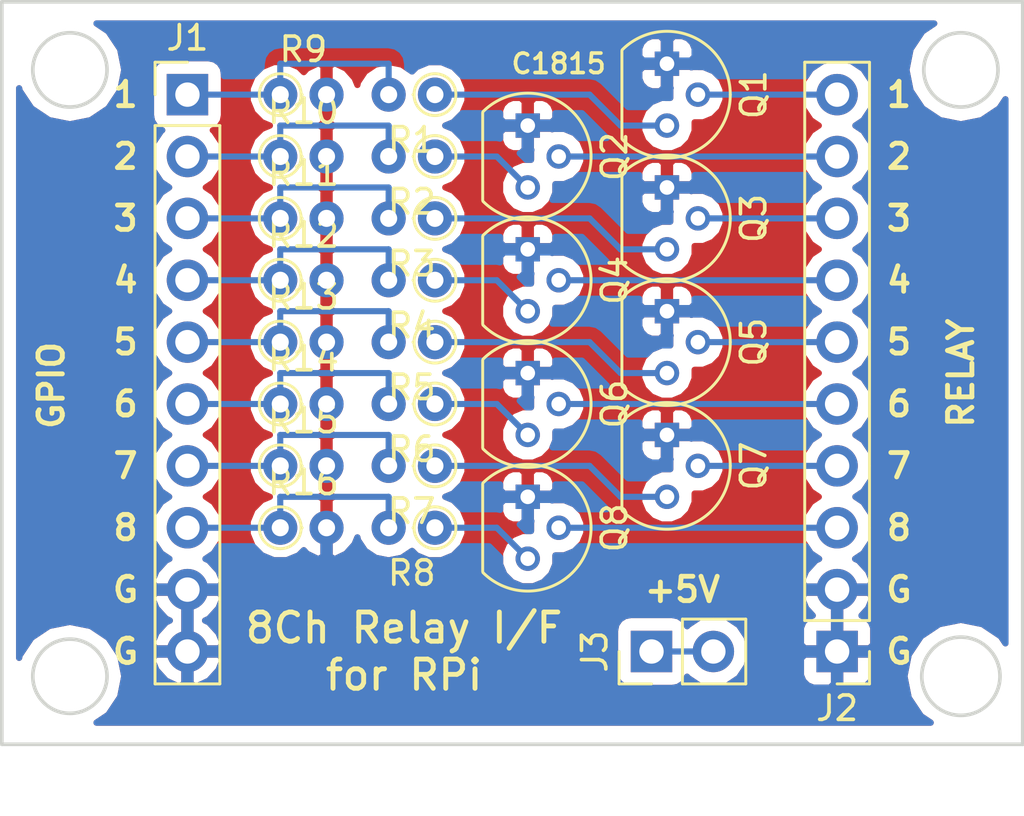
<source format=kicad_pcb>
(kicad_pcb (version 4) (host pcbnew 4.0.7)

  (general
    (links 52)
    (no_connects 0)
    (area 69.774999 74.854999 111.835001 108.442858)
    (thickness 1.6)
    (drawings 33)
    (tracks 69)
    (zones 0)
    (modules 27)
    (nets 27)
  )

  (page A4)
  (layers
    (0 F.Cu signal)
    (31 B.Cu signal)
    (32 B.Adhes user)
    (33 F.Adhes user)
    (34 B.Paste user)
    (35 F.Paste user)
    (36 B.SilkS user)
    (37 F.SilkS user)
    (38 B.Mask user)
    (39 F.Mask user)
    (40 Dwgs.User user)
    (41 Cmts.User user)
    (42 Eco1.User user)
    (43 Eco2.User user)
    (44 Edge.Cuts user)
    (45 Margin user)
    (46 B.CrtYd user)
    (47 F.CrtYd user)
    (48 B.Fab user)
    (49 F.Fab user)
  )

  (setup
    (last_trace_width 0.25)
    (trace_clearance 0.2)
    (zone_clearance 0.508)
    (zone_45_only no)
    (trace_min 0.2)
    (segment_width 0.2)
    (edge_width 0.15)
    (via_size 0.6)
    (via_drill 0.4)
    (via_min_size 0.4)
    (via_min_drill 0.3)
    (uvia_size 0.3)
    (uvia_drill 0.1)
    (uvias_allowed no)
    (uvia_min_size 0.2)
    (uvia_min_drill 0.1)
    (pcb_text_width 0.3)
    (pcb_text_size 1.5 1.5)
    (mod_edge_width 0.15)
    (mod_text_size 1 1)
    (mod_text_width 0.15)
    (pad_size 1.524 1.524)
    (pad_drill 0.762)
    (pad_to_mask_clearance 0.2)
    (aux_axis_origin 69.85 105.41)
    (visible_elements 7FFFFFFF)
    (pcbplotparams
      (layerselection 0x010f0_80000001)
      (usegerberextensions true)
      (excludeedgelayer true)
      (linewidth 0.100000)
      (plotframeref false)
      (viasonmask false)
      (mode 1)
      (useauxorigin false)
      (hpglpennumber 1)
      (hpglpenspeed 20)
      (hpglpendiameter 15)
      (hpglpenoverlay 2)
      (psnegative false)
      (psa4output false)
      (plotreference true)
      (plotvalue true)
      (plotinvisibletext false)
      (padsonsilk false)
      (subtractmaskfromsilk false)
      (outputformat 1)
      (mirror false)
      (drillshape 0)
      (scaleselection 1)
      (outputdirectory gb/))
  )

  (net 0 "")
  (net 1 "Net-(J1-Pad1)")
  (net 2 "Net-(J1-Pad2)")
  (net 3 "Net-(J1-Pad3)")
  (net 4 "Net-(J1-Pad4)")
  (net 5 "Net-(J1-Pad5)")
  (net 6 "Net-(J1-Pad6)")
  (net 7 "Net-(J1-Pad7)")
  (net 8 "Net-(J1-Pad8)")
  (net 9 GND)
  (net 10 "Net-(J2-Pad3)")
  (net 11 "Net-(J2-Pad4)")
  (net 12 "Net-(J2-Pad5)")
  (net 13 "Net-(J2-Pad6)")
  (net 14 "Net-(J2-Pad7)")
  (net 15 "Net-(J2-Pad8)")
  (net 16 "Net-(J2-Pad9)")
  (net 17 "Net-(J2-Pad10)")
  (net 18 +5V)
  (net 19 "Net-(Q1-Pad3)")
  (net 20 "Net-(Q2-Pad3)")
  (net 21 "Net-(Q3-Pad3)")
  (net 22 "Net-(Q4-Pad3)")
  (net 23 "Net-(Q5-Pad3)")
  (net 24 "Net-(Q6-Pad3)")
  (net 25 "Net-(Q7-Pad3)")
  (net 26 "Net-(Q8-Pad3)")

  (net_class Default "これは標準のネット クラスです。"
    (clearance 0.2)
    (trace_width 0.25)
    (via_dia 0.6)
    (via_drill 0.4)
    (uvia_dia 0.3)
    (uvia_drill 0.1)
    (add_net +5V)
    (add_net GND)
    (add_net "Net-(J1-Pad1)")
    (add_net "Net-(J1-Pad2)")
    (add_net "Net-(J1-Pad3)")
    (add_net "Net-(J1-Pad4)")
    (add_net "Net-(J1-Pad5)")
    (add_net "Net-(J1-Pad6)")
    (add_net "Net-(J1-Pad7)")
    (add_net "Net-(J1-Pad8)")
    (add_net "Net-(J2-Pad10)")
    (add_net "Net-(J2-Pad3)")
    (add_net "Net-(J2-Pad4)")
    (add_net "Net-(J2-Pad5)")
    (add_net "Net-(J2-Pad6)")
    (add_net "Net-(J2-Pad7)")
    (add_net "Net-(J2-Pad8)")
    (add_net "Net-(J2-Pad9)")
    (add_net "Net-(Q1-Pad3)")
    (add_net "Net-(Q2-Pad3)")
    (add_net "Net-(Q3-Pad3)")
    (add_net "Net-(Q4-Pad3)")
    (add_net "Net-(Q5-Pad3)")
    (add_net "Net-(Q6-Pad3)")
    (add_net "Net-(Q7-Pad3)")
    (add_net "Net-(Q8-Pad3)")
  )

  (module Pin_Headers:Pin_Header_Straight_1x10_Pitch2.54mm (layer F.Cu) (tedit 59650532) (tstamp 5B3EF7D1)
    (at 77.47 78.74)
    (descr "Through hole straight pin header, 1x10, 2.54mm pitch, single row")
    (tags "Through hole pin header THT 1x10 2.54mm single row")
    (path /5B3F0916)
    (fp_text reference J1 (at 0 -2.33) (layer F.SilkS)
      (effects (font (size 1 1) (thickness 0.15)))
    )
    (fp_text value Conn_01x10_Male (at 0 25.19) (layer F.Fab)
      (effects (font (size 1 1) (thickness 0.15)))
    )
    (fp_line (start -0.635 -1.27) (end 1.27 -1.27) (layer F.Fab) (width 0.1))
    (fp_line (start 1.27 -1.27) (end 1.27 24.13) (layer F.Fab) (width 0.1))
    (fp_line (start 1.27 24.13) (end -1.27 24.13) (layer F.Fab) (width 0.1))
    (fp_line (start -1.27 24.13) (end -1.27 -0.635) (layer F.Fab) (width 0.1))
    (fp_line (start -1.27 -0.635) (end -0.635 -1.27) (layer F.Fab) (width 0.1))
    (fp_line (start -1.33 24.19) (end 1.33 24.19) (layer F.SilkS) (width 0.12))
    (fp_line (start -1.33 1.27) (end -1.33 24.19) (layer F.SilkS) (width 0.12))
    (fp_line (start 1.33 1.27) (end 1.33 24.19) (layer F.SilkS) (width 0.12))
    (fp_line (start -1.33 1.27) (end 1.33 1.27) (layer F.SilkS) (width 0.12))
    (fp_line (start -1.33 0) (end -1.33 -1.33) (layer F.SilkS) (width 0.12))
    (fp_line (start -1.33 -1.33) (end 0 -1.33) (layer F.SilkS) (width 0.12))
    (fp_line (start -1.8 -1.8) (end -1.8 24.65) (layer F.CrtYd) (width 0.05))
    (fp_line (start -1.8 24.65) (end 1.8 24.65) (layer F.CrtYd) (width 0.05))
    (fp_line (start 1.8 24.65) (end 1.8 -1.8) (layer F.CrtYd) (width 0.05))
    (fp_line (start 1.8 -1.8) (end -1.8 -1.8) (layer F.CrtYd) (width 0.05))
    (fp_text user %R (at 0 11.43 90) (layer F.Fab)
      (effects (font (size 1 1) (thickness 0.15)))
    )
    (pad 1 thru_hole rect (at 0 0) (size 1.7 1.7) (drill 1) (layers *.Cu *.Mask)
      (net 1 "Net-(J1-Pad1)"))
    (pad 2 thru_hole oval (at 0 2.54) (size 1.7 1.7) (drill 1) (layers *.Cu *.Mask)
      (net 2 "Net-(J1-Pad2)"))
    (pad 3 thru_hole oval (at 0 5.08) (size 1.7 1.7) (drill 1) (layers *.Cu *.Mask)
      (net 3 "Net-(J1-Pad3)"))
    (pad 4 thru_hole oval (at 0 7.62) (size 1.7 1.7) (drill 1) (layers *.Cu *.Mask)
      (net 4 "Net-(J1-Pad4)"))
    (pad 5 thru_hole oval (at 0 10.16) (size 1.7 1.7) (drill 1) (layers *.Cu *.Mask)
      (net 5 "Net-(J1-Pad5)"))
    (pad 6 thru_hole oval (at 0 12.7) (size 1.7 1.7) (drill 1) (layers *.Cu *.Mask)
      (net 6 "Net-(J1-Pad6)"))
    (pad 7 thru_hole oval (at 0 15.24) (size 1.7 1.7) (drill 1) (layers *.Cu *.Mask)
      (net 7 "Net-(J1-Pad7)"))
    (pad 8 thru_hole oval (at 0 17.78) (size 1.7 1.7) (drill 1) (layers *.Cu *.Mask)
      (net 8 "Net-(J1-Pad8)"))
    (pad 9 thru_hole oval (at 0 20.32) (size 1.7 1.7) (drill 1) (layers *.Cu *.Mask)
      (net 9 GND))
    (pad 10 thru_hole oval (at 0 22.86) (size 1.7 1.7) (drill 1) (layers *.Cu *.Mask)
      (net 9 GND))
    (model ${KISYS3DMOD}/Pin_Headers.3dshapes/Pin_Header_Straight_1x10_Pitch2.54mm.wrl
      (at (xyz 0 0 0))
      (scale (xyz 1 1 1))
      (rotate (xyz 0 0 0))
    )
  )

  (module Pin_Headers:Pin_Header_Straight_1x10_Pitch2.54mm (layer F.Cu) (tedit 59650532) (tstamp 5B3EF7DF)
    (at 104.14 101.6 180)
    (descr "Through hole straight pin header, 1x10, 2.54mm pitch, single row")
    (tags "Through hole pin header THT 1x10 2.54mm single row")
    (path /5B3EF44A)
    (fp_text reference J2 (at 0 -2.33 180) (layer F.SilkS)
      (effects (font (size 1 1) (thickness 0.15)))
    )
    (fp_text value Conn_01x10_Male (at 0 25.19 180) (layer F.Fab)
      (effects (font (size 1 1) (thickness 0.15)))
    )
    (fp_line (start -0.635 -1.27) (end 1.27 -1.27) (layer F.Fab) (width 0.1))
    (fp_line (start 1.27 -1.27) (end 1.27 24.13) (layer F.Fab) (width 0.1))
    (fp_line (start 1.27 24.13) (end -1.27 24.13) (layer F.Fab) (width 0.1))
    (fp_line (start -1.27 24.13) (end -1.27 -0.635) (layer F.Fab) (width 0.1))
    (fp_line (start -1.27 -0.635) (end -0.635 -1.27) (layer F.Fab) (width 0.1))
    (fp_line (start -1.33 24.19) (end 1.33 24.19) (layer F.SilkS) (width 0.12))
    (fp_line (start -1.33 1.27) (end -1.33 24.19) (layer F.SilkS) (width 0.12))
    (fp_line (start 1.33 1.27) (end 1.33 24.19) (layer F.SilkS) (width 0.12))
    (fp_line (start -1.33 1.27) (end 1.33 1.27) (layer F.SilkS) (width 0.12))
    (fp_line (start -1.33 0) (end -1.33 -1.33) (layer F.SilkS) (width 0.12))
    (fp_line (start -1.33 -1.33) (end 0 -1.33) (layer F.SilkS) (width 0.12))
    (fp_line (start -1.8 -1.8) (end -1.8 24.65) (layer F.CrtYd) (width 0.05))
    (fp_line (start -1.8 24.65) (end 1.8 24.65) (layer F.CrtYd) (width 0.05))
    (fp_line (start 1.8 24.65) (end 1.8 -1.8) (layer F.CrtYd) (width 0.05))
    (fp_line (start 1.8 -1.8) (end -1.8 -1.8) (layer F.CrtYd) (width 0.05))
    (fp_text user %R (at 0 11.43 270) (layer F.Fab)
      (effects (font (size 1 1) (thickness 0.15)))
    )
    (pad 1 thru_hole rect (at 0 0 180) (size 1.7 1.7) (drill 1) (layers *.Cu *.Mask)
      (net 9 GND))
    (pad 2 thru_hole oval (at 0 2.54 180) (size 1.7 1.7) (drill 1) (layers *.Cu *.Mask)
      (net 9 GND))
    (pad 3 thru_hole oval (at 0 5.08 180) (size 1.7 1.7) (drill 1) (layers *.Cu *.Mask)
      (net 10 "Net-(J2-Pad3)"))
    (pad 4 thru_hole oval (at 0 7.62 180) (size 1.7 1.7) (drill 1) (layers *.Cu *.Mask)
      (net 11 "Net-(J2-Pad4)"))
    (pad 5 thru_hole oval (at 0 10.16 180) (size 1.7 1.7) (drill 1) (layers *.Cu *.Mask)
      (net 12 "Net-(J2-Pad5)"))
    (pad 6 thru_hole oval (at 0 12.7 180) (size 1.7 1.7) (drill 1) (layers *.Cu *.Mask)
      (net 13 "Net-(J2-Pad6)"))
    (pad 7 thru_hole oval (at 0 15.24 180) (size 1.7 1.7) (drill 1) (layers *.Cu *.Mask)
      (net 14 "Net-(J2-Pad7)"))
    (pad 8 thru_hole oval (at 0 17.78 180) (size 1.7 1.7) (drill 1) (layers *.Cu *.Mask)
      (net 15 "Net-(J2-Pad8)"))
    (pad 9 thru_hole oval (at 0 20.32 180) (size 1.7 1.7) (drill 1) (layers *.Cu *.Mask)
      (net 16 "Net-(J2-Pad9)"))
    (pad 10 thru_hole oval (at 0 22.86 180) (size 1.7 1.7) (drill 1) (layers *.Cu *.Mask)
      (net 17 "Net-(J2-Pad10)"))
    (model ${KISYS3DMOD}/Pin_Headers.3dshapes/Pin_Header_Straight_1x10_Pitch2.54mm.wrl
      (at (xyz 0 0 0))
      (scale (xyz 1 1 1))
      (rotate (xyz 0 0 0))
    )
  )

  (module Pin_Headers:Pin_Header_Straight_1x02_Pitch2.54mm (layer F.Cu) (tedit 59650532) (tstamp 5B3EF7E5)
    (at 96.52 101.6 90)
    (descr "Through hole straight pin header, 1x02, 2.54mm pitch, single row")
    (tags "Through hole pin header THT 1x02 2.54mm single row")
    (path /5B3F515A)
    (fp_text reference J3 (at 0 -2.33 90) (layer F.SilkS)
      (effects (font (size 1 1) (thickness 0.15)))
    )
    (fp_text value Conn_01x02_Male (at 0 4.87 90) (layer F.Fab)
      (effects (font (size 1 1) (thickness 0.15)))
    )
    (fp_line (start -0.635 -1.27) (end 1.27 -1.27) (layer F.Fab) (width 0.1))
    (fp_line (start 1.27 -1.27) (end 1.27 3.81) (layer F.Fab) (width 0.1))
    (fp_line (start 1.27 3.81) (end -1.27 3.81) (layer F.Fab) (width 0.1))
    (fp_line (start -1.27 3.81) (end -1.27 -0.635) (layer F.Fab) (width 0.1))
    (fp_line (start -1.27 -0.635) (end -0.635 -1.27) (layer F.Fab) (width 0.1))
    (fp_line (start -1.33 3.87) (end 1.33 3.87) (layer F.SilkS) (width 0.12))
    (fp_line (start -1.33 1.27) (end -1.33 3.87) (layer F.SilkS) (width 0.12))
    (fp_line (start 1.33 1.27) (end 1.33 3.87) (layer F.SilkS) (width 0.12))
    (fp_line (start -1.33 1.27) (end 1.33 1.27) (layer F.SilkS) (width 0.12))
    (fp_line (start -1.33 0) (end -1.33 -1.33) (layer F.SilkS) (width 0.12))
    (fp_line (start -1.33 -1.33) (end 0 -1.33) (layer F.SilkS) (width 0.12))
    (fp_line (start -1.8 -1.8) (end -1.8 4.35) (layer F.CrtYd) (width 0.05))
    (fp_line (start -1.8 4.35) (end 1.8 4.35) (layer F.CrtYd) (width 0.05))
    (fp_line (start 1.8 4.35) (end 1.8 -1.8) (layer F.CrtYd) (width 0.05))
    (fp_line (start 1.8 -1.8) (end -1.8 -1.8) (layer F.CrtYd) (width 0.05))
    (fp_text user %R (at 0 1.27 180) (layer F.Fab)
      (effects (font (size 1 1) (thickness 0.15)))
    )
    (pad 1 thru_hole rect (at 0 0 90) (size 1.7 1.7) (drill 1) (layers *.Cu *.Mask)
      (net 18 +5V))
    (pad 2 thru_hole oval (at 0 2.54 90) (size 1.7 1.7) (drill 1) (layers *.Cu *.Mask)
      (net 18 +5V))
    (model ${KISYS3DMOD}/Pin_Headers.3dshapes/Pin_Header_Straight_1x02_Pitch2.54mm.wrl
      (at (xyz 0 0 0))
      (scale (xyz 1 1 1))
      (rotate (xyz 0 0 0))
    )
  )

  (module TO_SOT_Packages_THT:TO-92_Molded_Narrow (layer F.Cu) (tedit 58CE52AF) (tstamp 5B3EF7EC)
    (at 97.155 77.47 270)
    (descr "TO-92 leads molded, narrow, drill 0.6mm (see NXP sot054_po.pdf)")
    (tags "to-92 sc-43 sc-43a sot54 PA33 transistor")
    (path /5B2CCA03)
    (fp_text reference Q1 (at 1.27 -3.56 270) (layer F.SilkS)
      (effects (font (size 1 1) (thickness 0.15)))
    )
    (fp_text value 2SC1815 (at 1.27 2.79 270) (layer F.Fab)
      (effects (font (size 1 1) (thickness 0.15)))
    )
    (fp_text user %R (at 1.27 -3.56 270) (layer F.Fab)
      (effects (font (size 1 1) (thickness 0.15)))
    )
    (fp_line (start -0.53 1.85) (end 3.07 1.85) (layer F.SilkS) (width 0.12))
    (fp_line (start -0.5 1.75) (end 3 1.75) (layer F.Fab) (width 0.1))
    (fp_line (start -1.46 -2.73) (end 4 -2.73) (layer F.CrtYd) (width 0.05))
    (fp_line (start -1.46 -2.73) (end -1.46 2.01) (layer F.CrtYd) (width 0.05))
    (fp_line (start 4 2.01) (end 4 -2.73) (layer F.CrtYd) (width 0.05))
    (fp_line (start 4 2.01) (end -1.46 2.01) (layer F.CrtYd) (width 0.05))
    (fp_arc (start 1.27 0) (end 1.27 -2.48) (angle 135) (layer F.Fab) (width 0.1))
    (fp_arc (start 1.27 0) (end 1.27 -2.6) (angle -135) (layer F.SilkS) (width 0.12))
    (fp_arc (start 1.27 0) (end 1.27 -2.48) (angle -135) (layer F.Fab) (width 0.1))
    (fp_arc (start 1.27 0) (end 1.27 -2.6) (angle 135) (layer F.SilkS) (width 0.12))
    (pad 2 thru_hole circle (at 1.27 -1.27) (size 1 1) (drill 0.6) (layers *.Cu *.Mask)
      (net 17 "Net-(J2-Pad10)"))
    (pad 3 thru_hole circle (at 2.54 0) (size 1 1) (drill 0.6) (layers *.Cu *.Mask)
      (net 19 "Net-(Q1-Pad3)"))
    (pad 1 thru_hole rect (at 0 0) (size 1 1) (drill 0.6) (layers *.Cu *.Mask)
      (net 9 GND))
    (model ${KISYS3DMOD}/TO_SOT_Packages_THT.3dshapes/TO-92_Molded_Narrow.wrl
      (at (xyz 0.05 0 0))
      (scale (xyz 1 1 1))
      (rotate (xyz 0 0 -90))
    )
  )

  (module TO_SOT_Packages_THT:TO-92_Molded_Narrow (layer F.Cu) (tedit 58CE52AF) (tstamp 5B3EF7F3)
    (at 91.44 80.01 270)
    (descr "TO-92 leads molded, narrow, drill 0.6mm (see NXP sot054_po.pdf)")
    (tags "to-92 sc-43 sc-43a sot54 PA33 transistor")
    (path /5B2D2AA6)
    (fp_text reference Q2 (at 1.27 -3.56 270) (layer F.SilkS)
      (effects (font (size 1 1) (thickness 0.15)))
    )
    (fp_text value 2SC1815 (at 1.27 2.79 270) (layer F.Fab)
      (effects (font (size 1 1) (thickness 0.15)))
    )
    (fp_text user %R (at 1.27 -3.56 270) (layer F.Fab)
      (effects (font (size 1 1) (thickness 0.15)))
    )
    (fp_line (start -0.53 1.85) (end 3.07 1.85) (layer F.SilkS) (width 0.12))
    (fp_line (start -0.5 1.75) (end 3 1.75) (layer F.Fab) (width 0.1))
    (fp_line (start -1.46 -2.73) (end 4 -2.73) (layer F.CrtYd) (width 0.05))
    (fp_line (start -1.46 -2.73) (end -1.46 2.01) (layer F.CrtYd) (width 0.05))
    (fp_line (start 4 2.01) (end 4 -2.73) (layer F.CrtYd) (width 0.05))
    (fp_line (start 4 2.01) (end -1.46 2.01) (layer F.CrtYd) (width 0.05))
    (fp_arc (start 1.27 0) (end 1.27 -2.48) (angle 135) (layer F.Fab) (width 0.1))
    (fp_arc (start 1.27 0) (end 1.27 -2.6) (angle -135) (layer F.SilkS) (width 0.12))
    (fp_arc (start 1.27 0) (end 1.27 -2.48) (angle -135) (layer F.Fab) (width 0.1))
    (fp_arc (start 1.27 0) (end 1.27 -2.6) (angle 135) (layer F.SilkS) (width 0.12))
    (pad 2 thru_hole circle (at 1.27 -1.27) (size 1 1) (drill 0.6) (layers *.Cu *.Mask)
      (net 16 "Net-(J2-Pad9)"))
    (pad 3 thru_hole circle (at 2.54 0) (size 1 1) (drill 0.6) (layers *.Cu *.Mask)
      (net 20 "Net-(Q2-Pad3)"))
    (pad 1 thru_hole rect (at 0 0) (size 1 1) (drill 0.6) (layers *.Cu *.Mask)
      (net 9 GND))
    (model ${KISYS3DMOD}/TO_SOT_Packages_THT.3dshapes/TO-92_Molded_Narrow.wrl
      (at (xyz 0.05 0 0))
      (scale (xyz 1 1 1))
      (rotate (xyz 0 0 -90))
    )
  )

  (module TO_SOT_Packages_THT:TO-92_Molded_Narrow (layer F.Cu) (tedit 58CE52AF) (tstamp 5B3EF7FA)
    (at 97.155 82.55 270)
    (descr "TO-92 leads molded, narrow, drill 0.6mm (see NXP sot054_po.pdf)")
    (tags "to-92 sc-43 sc-43a sot54 PA33 transistor")
    (path /5B2D2BCF)
    (fp_text reference Q3 (at 1.27 -3.56 270) (layer F.SilkS)
      (effects (font (size 1 1) (thickness 0.15)))
    )
    (fp_text value 2SC1815 (at 1.27 2.79 270) (layer F.Fab)
      (effects (font (size 1 1) (thickness 0.15)))
    )
    (fp_text user %R (at 1.27 -3.56 270) (layer F.Fab)
      (effects (font (size 1 1) (thickness 0.15)))
    )
    (fp_line (start -0.53 1.85) (end 3.07 1.85) (layer F.SilkS) (width 0.12))
    (fp_line (start -0.5 1.75) (end 3 1.75) (layer F.Fab) (width 0.1))
    (fp_line (start -1.46 -2.73) (end 4 -2.73) (layer F.CrtYd) (width 0.05))
    (fp_line (start -1.46 -2.73) (end -1.46 2.01) (layer F.CrtYd) (width 0.05))
    (fp_line (start 4 2.01) (end 4 -2.73) (layer F.CrtYd) (width 0.05))
    (fp_line (start 4 2.01) (end -1.46 2.01) (layer F.CrtYd) (width 0.05))
    (fp_arc (start 1.27 0) (end 1.27 -2.48) (angle 135) (layer F.Fab) (width 0.1))
    (fp_arc (start 1.27 0) (end 1.27 -2.6) (angle -135) (layer F.SilkS) (width 0.12))
    (fp_arc (start 1.27 0) (end 1.27 -2.48) (angle -135) (layer F.Fab) (width 0.1))
    (fp_arc (start 1.27 0) (end 1.27 -2.6) (angle 135) (layer F.SilkS) (width 0.12))
    (pad 2 thru_hole circle (at 1.27 -1.27) (size 1 1) (drill 0.6) (layers *.Cu *.Mask)
      (net 15 "Net-(J2-Pad8)"))
    (pad 3 thru_hole circle (at 2.54 0) (size 1 1) (drill 0.6) (layers *.Cu *.Mask)
      (net 21 "Net-(Q3-Pad3)"))
    (pad 1 thru_hole rect (at 0 0) (size 1 1) (drill 0.6) (layers *.Cu *.Mask)
      (net 9 GND))
    (model ${KISYS3DMOD}/TO_SOT_Packages_THT.3dshapes/TO-92_Molded_Narrow.wrl
      (at (xyz 0.05 0 0))
      (scale (xyz 1 1 1))
      (rotate (xyz 0 0 -90))
    )
  )

  (module TO_SOT_Packages_THT:TO-92_Molded_Narrow (layer F.Cu) (tedit 58CE52AF) (tstamp 5B3EF801)
    (at 91.44 85.09 270)
    (descr "TO-92 leads molded, narrow, drill 0.6mm (see NXP sot054_po.pdf)")
    (tags "to-92 sc-43 sc-43a sot54 PA33 transistor")
    (path /5B2D2BF2)
    (fp_text reference Q4 (at 1.27 -3.56 270) (layer F.SilkS)
      (effects (font (size 1 1) (thickness 0.15)))
    )
    (fp_text value 2SC1815 (at 1.27 2.79 270) (layer F.Fab)
      (effects (font (size 1 1) (thickness 0.15)))
    )
    (fp_text user %R (at 1.27 -3.56 270) (layer F.Fab)
      (effects (font (size 1 1) (thickness 0.15)))
    )
    (fp_line (start -0.53 1.85) (end 3.07 1.85) (layer F.SilkS) (width 0.12))
    (fp_line (start -0.5 1.75) (end 3 1.75) (layer F.Fab) (width 0.1))
    (fp_line (start -1.46 -2.73) (end 4 -2.73) (layer F.CrtYd) (width 0.05))
    (fp_line (start -1.46 -2.73) (end -1.46 2.01) (layer F.CrtYd) (width 0.05))
    (fp_line (start 4 2.01) (end 4 -2.73) (layer F.CrtYd) (width 0.05))
    (fp_line (start 4 2.01) (end -1.46 2.01) (layer F.CrtYd) (width 0.05))
    (fp_arc (start 1.27 0) (end 1.27 -2.48) (angle 135) (layer F.Fab) (width 0.1))
    (fp_arc (start 1.27 0) (end 1.27 -2.6) (angle -135) (layer F.SilkS) (width 0.12))
    (fp_arc (start 1.27 0) (end 1.27 -2.48) (angle -135) (layer F.Fab) (width 0.1))
    (fp_arc (start 1.27 0) (end 1.27 -2.6) (angle 135) (layer F.SilkS) (width 0.12))
    (pad 2 thru_hole circle (at 1.27 -1.27) (size 1 1) (drill 0.6) (layers *.Cu *.Mask)
      (net 14 "Net-(J2-Pad7)"))
    (pad 3 thru_hole circle (at 2.54 0) (size 1 1) (drill 0.6) (layers *.Cu *.Mask)
      (net 22 "Net-(Q4-Pad3)"))
    (pad 1 thru_hole rect (at 0 0) (size 1 1) (drill 0.6) (layers *.Cu *.Mask)
      (net 9 GND))
    (model ${KISYS3DMOD}/TO_SOT_Packages_THT.3dshapes/TO-92_Molded_Narrow.wrl
      (at (xyz 0.05 0 0))
      (scale (xyz 1 1 1))
      (rotate (xyz 0 0 -90))
    )
  )

  (module TO_SOT_Packages_THT:TO-92_Molded_Narrow (layer F.Cu) (tedit 58CE52AF) (tstamp 5B3EF808)
    (at 97.155 87.63 270)
    (descr "TO-92 leads molded, narrow, drill 0.6mm (see NXP sot054_po.pdf)")
    (tags "to-92 sc-43 sc-43a sot54 PA33 transistor")
    (path /5B2D2FC5)
    (fp_text reference Q5 (at 1.27 -3.56 270) (layer F.SilkS)
      (effects (font (size 1 1) (thickness 0.15)))
    )
    (fp_text value 2SC1815 (at 1.27 2.79 270) (layer F.Fab)
      (effects (font (size 1 1) (thickness 0.15)))
    )
    (fp_text user %R (at 1.27 -3.56 270) (layer F.Fab)
      (effects (font (size 1 1) (thickness 0.15)))
    )
    (fp_line (start -0.53 1.85) (end 3.07 1.85) (layer F.SilkS) (width 0.12))
    (fp_line (start -0.5 1.75) (end 3 1.75) (layer F.Fab) (width 0.1))
    (fp_line (start -1.46 -2.73) (end 4 -2.73) (layer F.CrtYd) (width 0.05))
    (fp_line (start -1.46 -2.73) (end -1.46 2.01) (layer F.CrtYd) (width 0.05))
    (fp_line (start 4 2.01) (end 4 -2.73) (layer F.CrtYd) (width 0.05))
    (fp_line (start 4 2.01) (end -1.46 2.01) (layer F.CrtYd) (width 0.05))
    (fp_arc (start 1.27 0) (end 1.27 -2.48) (angle 135) (layer F.Fab) (width 0.1))
    (fp_arc (start 1.27 0) (end 1.27 -2.6) (angle -135) (layer F.SilkS) (width 0.12))
    (fp_arc (start 1.27 0) (end 1.27 -2.48) (angle -135) (layer F.Fab) (width 0.1))
    (fp_arc (start 1.27 0) (end 1.27 -2.6) (angle 135) (layer F.SilkS) (width 0.12))
    (pad 2 thru_hole circle (at 1.27 -1.27) (size 1 1) (drill 0.6) (layers *.Cu *.Mask)
      (net 13 "Net-(J2-Pad6)"))
    (pad 3 thru_hole circle (at 2.54 0) (size 1 1) (drill 0.6) (layers *.Cu *.Mask)
      (net 23 "Net-(Q5-Pad3)"))
    (pad 1 thru_hole rect (at 0 0) (size 1 1) (drill 0.6) (layers *.Cu *.Mask)
      (net 9 GND))
    (model ${KISYS3DMOD}/TO_SOT_Packages_THT.3dshapes/TO-92_Molded_Narrow.wrl
      (at (xyz 0.05 0 0))
      (scale (xyz 1 1 1))
      (rotate (xyz 0 0 -90))
    )
  )

  (module TO_SOT_Packages_THT:TO-92_Molded_Narrow (layer F.Cu) (tedit 58CE52AF) (tstamp 5B3EF80F)
    (at 91.44 90.17 270)
    (descr "TO-92 leads molded, narrow, drill 0.6mm (see NXP sot054_po.pdf)")
    (tags "to-92 sc-43 sc-43a sot54 PA33 transistor")
    (path /5B2D2FE8)
    (fp_text reference Q6 (at 1.27 -3.56 270) (layer F.SilkS)
      (effects (font (size 1 1) (thickness 0.15)))
    )
    (fp_text value 2SC1815 (at 1.27 2.79 270) (layer F.Fab)
      (effects (font (size 1 1) (thickness 0.15)))
    )
    (fp_text user %R (at 1.27 -3.56 270) (layer F.Fab)
      (effects (font (size 1 1) (thickness 0.15)))
    )
    (fp_line (start -0.53 1.85) (end 3.07 1.85) (layer F.SilkS) (width 0.12))
    (fp_line (start -0.5 1.75) (end 3 1.75) (layer F.Fab) (width 0.1))
    (fp_line (start -1.46 -2.73) (end 4 -2.73) (layer F.CrtYd) (width 0.05))
    (fp_line (start -1.46 -2.73) (end -1.46 2.01) (layer F.CrtYd) (width 0.05))
    (fp_line (start 4 2.01) (end 4 -2.73) (layer F.CrtYd) (width 0.05))
    (fp_line (start 4 2.01) (end -1.46 2.01) (layer F.CrtYd) (width 0.05))
    (fp_arc (start 1.27 0) (end 1.27 -2.48) (angle 135) (layer F.Fab) (width 0.1))
    (fp_arc (start 1.27 0) (end 1.27 -2.6) (angle -135) (layer F.SilkS) (width 0.12))
    (fp_arc (start 1.27 0) (end 1.27 -2.48) (angle -135) (layer F.Fab) (width 0.1))
    (fp_arc (start 1.27 0) (end 1.27 -2.6) (angle 135) (layer F.SilkS) (width 0.12))
    (pad 2 thru_hole circle (at 1.27 -1.27) (size 1 1) (drill 0.6) (layers *.Cu *.Mask)
      (net 12 "Net-(J2-Pad5)"))
    (pad 3 thru_hole circle (at 2.54 0) (size 1 1) (drill 0.6) (layers *.Cu *.Mask)
      (net 24 "Net-(Q6-Pad3)"))
    (pad 1 thru_hole rect (at 0 0) (size 1 1) (drill 0.6) (layers *.Cu *.Mask)
      (net 9 GND))
    (model ${KISYS3DMOD}/TO_SOT_Packages_THT.3dshapes/TO-92_Molded_Narrow.wrl
      (at (xyz 0.05 0 0))
      (scale (xyz 1 1 1))
      (rotate (xyz 0 0 -90))
    )
  )

  (module TO_SOT_Packages_THT:TO-92_Molded_Narrow (layer F.Cu) (tedit 58CE52AF) (tstamp 5B3EF816)
    (at 97.155 92.71 270)
    (descr "TO-92 leads molded, narrow, drill 0.6mm (see NXP sot054_po.pdf)")
    (tags "to-92 sc-43 sc-43a sot54 PA33 transistor")
    (path /5B2D300B)
    (fp_text reference Q7 (at 1.27 -3.56 270) (layer F.SilkS)
      (effects (font (size 1 1) (thickness 0.15)))
    )
    (fp_text value 2SC1815 (at 1.27 2.79 270) (layer F.Fab)
      (effects (font (size 1 1) (thickness 0.15)))
    )
    (fp_text user %R (at 1.27 -3.56 270) (layer F.Fab)
      (effects (font (size 1 1) (thickness 0.15)))
    )
    (fp_line (start -0.53 1.85) (end 3.07 1.85) (layer F.SilkS) (width 0.12))
    (fp_line (start -0.5 1.75) (end 3 1.75) (layer F.Fab) (width 0.1))
    (fp_line (start -1.46 -2.73) (end 4 -2.73) (layer F.CrtYd) (width 0.05))
    (fp_line (start -1.46 -2.73) (end -1.46 2.01) (layer F.CrtYd) (width 0.05))
    (fp_line (start 4 2.01) (end 4 -2.73) (layer F.CrtYd) (width 0.05))
    (fp_line (start 4 2.01) (end -1.46 2.01) (layer F.CrtYd) (width 0.05))
    (fp_arc (start 1.27 0) (end 1.27 -2.48) (angle 135) (layer F.Fab) (width 0.1))
    (fp_arc (start 1.27 0) (end 1.27 -2.6) (angle -135) (layer F.SilkS) (width 0.12))
    (fp_arc (start 1.27 0) (end 1.27 -2.48) (angle -135) (layer F.Fab) (width 0.1))
    (fp_arc (start 1.27 0) (end 1.27 -2.6) (angle 135) (layer F.SilkS) (width 0.12))
    (pad 2 thru_hole circle (at 1.27 -1.27) (size 1 1) (drill 0.6) (layers *.Cu *.Mask)
      (net 11 "Net-(J2-Pad4)"))
    (pad 3 thru_hole circle (at 2.54 0) (size 1 1) (drill 0.6) (layers *.Cu *.Mask)
      (net 25 "Net-(Q7-Pad3)"))
    (pad 1 thru_hole rect (at 0 0) (size 1 1) (drill 0.6) (layers *.Cu *.Mask)
      (net 9 GND))
    (model ${KISYS3DMOD}/TO_SOT_Packages_THT.3dshapes/TO-92_Molded_Narrow.wrl
      (at (xyz 0.05 0 0))
      (scale (xyz 1 1 1))
      (rotate (xyz 0 0 -90))
    )
  )

  (module TO_SOT_Packages_THT:TO-92_Molded_Narrow (layer F.Cu) (tedit 58CE52AF) (tstamp 5B3EF81D)
    (at 91.44 95.25 270)
    (descr "TO-92 leads molded, narrow, drill 0.6mm (see NXP sot054_po.pdf)")
    (tags "to-92 sc-43 sc-43a sot54 PA33 transistor")
    (path /5B2D302E)
    (fp_text reference Q8 (at 1.27 -3.56 270) (layer F.SilkS)
      (effects (font (size 1 1) (thickness 0.15)))
    )
    (fp_text value 2SC1815 (at 1.27 2.79 270) (layer F.Fab)
      (effects (font (size 1 1) (thickness 0.15)))
    )
    (fp_text user %R (at 1.27 -3.56 270) (layer F.Fab)
      (effects (font (size 1 1) (thickness 0.15)))
    )
    (fp_line (start -0.53 1.85) (end 3.07 1.85) (layer F.SilkS) (width 0.12))
    (fp_line (start -0.5 1.75) (end 3 1.75) (layer F.Fab) (width 0.1))
    (fp_line (start -1.46 -2.73) (end 4 -2.73) (layer F.CrtYd) (width 0.05))
    (fp_line (start -1.46 -2.73) (end -1.46 2.01) (layer F.CrtYd) (width 0.05))
    (fp_line (start 4 2.01) (end 4 -2.73) (layer F.CrtYd) (width 0.05))
    (fp_line (start 4 2.01) (end -1.46 2.01) (layer F.CrtYd) (width 0.05))
    (fp_arc (start 1.27 0) (end 1.27 -2.48) (angle 135) (layer F.Fab) (width 0.1))
    (fp_arc (start 1.27 0) (end 1.27 -2.6) (angle -135) (layer F.SilkS) (width 0.12))
    (fp_arc (start 1.27 0) (end 1.27 -2.48) (angle -135) (layer F.Fab) (width 0.1))
    (fp_arc (start 1.27 0) (end 1.27 -2.6) (angle 135) (layer F.SilkS) (width 0.12))
    (pad 2 thru_hole circle (at 1.27 -1.27) (size 1 1) (drill 0.6) (layers *.Cu *.Mask)
      (net 10 "Net-(J2-Pad3)"))
    (pad 3 thru_hole circle (at 2.54 0) (size 1 1) (drill 0.6) (layers *.Cu *.Mask)
      (net 26 "Net-(Q8-Pad3)"))
    (pad 1 thru_hole rect (at 0 0) (size 1 1) (drill 0.6) (layers *.Cu *.Mask)
      (net 9 GND))
    (model ${KISYS3DMOD}/TO_SOT_Packages_THT.3dshapes/TO-92_Molded_Narrow.wrl
      (at (xyz 0.05 0 0))
      (scale (xyz 1 1 1))
      (rotate (xyz 0 0 -90))
    )
  )

  (module Resistors_ThroughHole:R_Axial_DIN0204_L3.6mm_D1.6mm_P1.90mm_Vertical (layer F.Cu) (tedit 5874F706) (tstamp 5B3EF823)
    (at 87.63 78.74 180)
    (descr "Resistor, Axial_DIN0204 series, Axial, Vertical, pin pitch=1.9mm, 0.16666666666666666W = 1/6W, length*diameter=3.6*1.6mm^2, http://cdn-reichelt.de/documents/datenblatt/B400/1_4W%23YAG.pdf")
    (tags "Resistor Axial_DIN0204 series Axial Vertical pin pitch 1.9mm 0.16666666666666666W = 1/6W length 3.6mm diameter 1.6mm")
    (path /5B2CCEEA)
    (fp_text reference R1 (at 0.95 -1.86 180) (layer F.SilkS)
      (effects (font (size 1 1) (thickness 0.15)))
    )
    (fp_text value 2.2K (at 0.95 1.86 180) (layer F.Fab)
      (effects (font (size 1 1) (thickness 0.15)))
    )
    (fp_circle (center 0 0) (end 0.8 0) (layer F.Fab) (width 0.1))
    (fp_circle (center 0 0) (end 0.86 0) (layer F.SilkS) (width 0.12))
    (fp_line (start 0 0) (end 1.9 0) (layer F.Fab) (width 0.1))
    (fp_line (start 0.86 0) (end 0.9 0) (layer F.SilkS) (width 0.12))
    (fp_line (start -1.15 -1.15) (end -1.15 1.15) (layer F.CrtYd) (width 0.05))
    (fp_line (start -1.15 1.15) (end 2.95 1.15) (layer F.CrtYd) (width 0.05))
    (fp_line (start 2.95 1.15) (end 2.95 -1.15) (layer F.CrtYd) (width 0.05))
    (fp_line (start 2.95 -1.15) (end -1.15 -1.15) (layer F.CrtYd) (width 0.05))
    (pad 1 thru_hole circle (at 0 0 180) (size 1.4 1.4) (drill 0.7) (layers *.Cu *.Mask)
      (net 19 "Net-(Q1-Pad3)"))
    (pad 2 thru_hole oval (at 1.9 0 180) (size 1.4 1.4) (drill 0.7) (layers *.Cu *.Mask)
      (net 1 "Net-(J1-Pad1)"))
    (model ${KISYS3DMOD}/Resistors_THT.3dshapes/R_Axial_DIN0204_L3.6mm_D1.6mm_P1.90mm_Vertical.wrl
      (at (xyz 0 0 0))
      (scale (xyz 0.393701 0.393701 0.393701))
      (rotate (xyz 0 0 0))
    )
  )

  (module Resistors_ThroughHole:R_Axial_DIN0204_L3.6mm_D1.6mm_P1.90mm_Vertical (layer F.Cu) (tedit 5874F706) (tstamp 5B3EF829)
    (at 87.63 81.28 180)
    (descr "Resistor, Axial_DIN0204 series, Axial, Vertical, pin pitch=1.9mm, 0.16666666666666666W = 1/6W, length*diameter=3.6*1.6mm^2, http://cdn-reichelt.de/documents/datenblatt/B400/1_4W%23YAG.pdf")
    (tags "Resistor Axial_DIN0204 series Axial Vertical pin pitch 1.9mm 0.16666666666666666W = 1/6W length 3.6mm diameter 1.6mm")
    (path /5B2D2AAC)
    (fp_text reference R2 (at 0.95 -1.86 180) (layer F.SilkS)
      (effects (font (size 1 1) (thickness 0.15)))
    )
    (fp_text value 2.2K (at 0.95 1.86 180) (layer F.Fab)
      (effects (font (size 1 1) (thickness 0.15)))
    )
    (fp_circle (center 0 0) (end 0.8 0) (layer F.Fab) (width 0.1))
    (fp_circle (center 0 0) (end 0.86 0) (layer F.SilkS) (width 0.12))
    (fp_line (start 0 0) (end 1.9 0) (layer F.Fab) (width 0.1))
    (fp_line (start 0.86 0) (end 0.9 0) (layer F.SilkS) (width 0.12))
    (fp_line (start -1.15 -1.15) (end -1.15 1.15) (layer F.CrtYd) (width 0.05))
    (fp_line (start -1.15 1.15) (end 2.95 1.15) (layer F.CrtYd) (width 0.05))
    (fp_line (start 2.95 1.15) (end 2.95 -1.15) (layer F.CrtYd) (width 0.05))
    (fp_line (start 2.95 -1.15) (end -1.15 -1.15) (layer F.CrtYd) (width 0.05))
    (pad 1 thru_hole circle (at 0 0 180) (size 1.4 1.4) (drill 0.7) (layers *.Cu *.Mask)
      (net 20 "Net-(Q2-Pad3)"))
    (pad 2 thru_hole oval (at 1.9 0 180) (size 1.4 1.4) (drill 0.7) (layers *.Cu *.Mask)
      (net 2 "Net-(J1-Pad2)"))
    (model ${KISYS3DMOD}/Resistors_THT.3dshapes/R_Axial_DIN0204_L3.6mm_D1.6mm_P1.90mm_Vertical.wrl
      (at (xyz 0 0 0))
      (scale (xyz 0.393701 0.393701 0.393701))
      (rotate (xyz 0 0 0))
    )
  )

  (module Resistors_ThroughHole:R_Axial_DIN0204_L3.6mm_D1.6mm_P1.90mm_Vertical (layer F.Cu) (tedit 5874F706) (tstamp 5B3EF82F)
    (at 87.63 83.82 180)
    (descr "Resistor, Axial_DIN0204 series, Axial, Vertical, pin pitch=1.9mm, 0.16666666666666666W = 1/6W, length*diameter=3.6*1.6mm^2, http://cdn-reichelt.de/documents/datenblatt/B400/1_4W%23YAG.pdf")
    (tags "Resistor Axial_DIN0204 series Axial Vertical pin pitch 1.9mm 0.16666666666666666W = 1/6W length 3.6mm diameter 1.6mm")
    (path /5B2D2BD5)
    (fp_text reference R3 (at 0.95 -1.86 180) (layer F.SilkS)
      (effects (font (size 1 1) (thickness 0.15)))
    )
    (fp_text value 2.2K (at 0.95 1.86 180) (layer F.Fab)
      (effects (font (size 1 1) (thickness 0.15)))
    )
    (fp_circle (center 0 0) (end 0.8 0) (layer F.Fab) (width 0.1))
    (fp_circle (center 0 0) (end 0.86 0) (layer F.SilkS) (width 0.12))
    (fp_line (start 0 0) (end 1.9 0) (layer F.Fab) (width 0.1))
    (fp_line (start 0.86 0) (end 0.9 0) (layer F.SilkS) (width 0.12))
    (fp_line (start -1.15 -1.15) (end -1.15 1.15) (layer F.CrtYd) (width 0.05))
    (fp_line (start -1.15 1.15) (end 2.95 1.15) (layer F.CrtYd) (width 0.05))
    (fp_line (start 2.95 1.15) (end 2.95 -1.15) (layer F.CrtYd) (width 0.05))
    (fp_line (start 2.95 -1.15) (end -1.15 -1.15) (layer F.CrtYd) (width 0.05))
    (pad 1 thru_hole circle (at 0 0 180) (size 1.4 1.4) (drill 0.7) (layers *.Cu *.Mask)
      (net 21 "Net-(Q3-Pad3)"))
    (pad 2 thru_hole oval (at 1.9 0 180) (size 1.4 1.4) (drill 0.7) (layers *.Cu *.Mask)
      (net 3 "Net-(J1-Pad3)"))
    (model ${KISYS3DMOD}/Resistors_THT.3dshapes/R_Axial_DIN0204_L3.6mm_D1.6mm_P1.90mm_Vertical.wrl
      (at (xyz 0 0 0))
      (scale (xyz 0.393701 0.393701 0.393701))
      (rotate (xyz 0 0 0))
    )
  )

  (module Resistors_ThroughHole:R_Axial_DIN0204_L3.6mm_D1.6mm_P1.90mm_Vertical (layer F.Cu) (tedit 5874F706) (tstamp 5B3EF835)
    (at 87.63 86.36 180)
    (descr "Resistor, Axial_DIN0204 series, Axial, Vertical, pin pitch=1.9mm, 0.16666666666666666W = 1/6W, length*diameter=3.6*1.6mm^2, http://cdn-reichelt.de/documents/datenblatt/B400/1_4W%23YAG.pdf")
    (tags "Resistor Axial_DIN0204 series Axial Vertical pin pitch 1.9mm 0.16666666666666666W = 1/6W length 3.6mm diameter 1.6mm")
    (path /5B2D2BF8)
    (fp_text reference R4 (at 0.95 -1.86 180) (layer F.SilkS)
      (effects (font (size 1 1) (thickness 0.15)))
    )
    (fp_text value 2.2K (at 0.95 1.86 180) (layer F.Fab)
      (effects (font (size 1 1) (thickness 0.15)))
    )
    (fp_circle (center 0 0) (end 0.8 0) (layer F.Fab) (width 0.1))
    (fp_circle (center 0 0) (end 0.86 0) (layer F.SilkS) (width 0.12))
    (fp_line (start 0 0) (end 1.9 0) (layer F.Fab) (width 0.1))
    (fp_line (start 0.86 0) (end 0.9 0) (layer F.SilkS) (width 0.12))
    (fp_line (start -1.15 -1.15) (end -1.15 1.15) (layer F.CrtYd) (width 0.05))
    (fp_line (start -1.15 1.15) (end 2.95 1.15) (layer F.CrtYd) (width 0.05))
    (fp_line (start 2.95 1.15) (end 2.95 -1.15) (layer F.CrtYd) (width 0.05))
    (fp_line (start 2.95 -1.15) (end -1.15 -1.15) (layer F.CrtYd) (width 0.05))
    (pad 1 thru_hole circle (at 0 0 180) (size 1.4 1.4) (drill 0.7) (layers *.Cu *.Mask)
      (net 22 "Net-(Q4-Pad3)"))
    (pad 2 thru_hole oval (at 1.9 0 180) (size 1.4 1.4) (drill 0.7) (layers *.Cu *.Mask)
      (net 4 "Net-(J1-Pad4)"))
    (model ${KISYS3DMOD}/Resistors_THT.3dshapes/R_Axial_DIN0204_L3.6mm_D1.6mm_P1.90mm_Vertical.wrl
      (at (xyz 0 0 0))
      (scale (xyz 0.393701 0.393701 0.393701))
      (rotate (xyz 0 0 0))
    )
  )

  (module Resistors_ThroughHole:R_Axial_DIN0204_L3.6mm_D1.6mm_P1.90mm_Vertical (layer F.Cu) (tedit 5874F706) (tstamp 5B3EF83B)
    (at 87.63 88.9 180)
    (descr "Resistor, Axial_DIN0204 series, Axial, Vertical, pin pitch=1.9mm, 0.16666666666666666W = 1/6W, length*diameter=3.6*1.6mm^2, http://cdn-reichelt.de/documents/datenblatt/B400/1_4W%23YAG.pdf")
    (tags "Resistor Axial_DIN0204 series Axial Vertical pin pitch 1.9mm 0.16666666666666666W = 1/6W length 3.6mm diameter 1.6mm")
    (path /5B2D2FCB)
    (fp_text reference R5 (at 0.95 -1.86 180) (layer F.SilkS)
      (effects (font (size 1 1) (thickness 0.15)))
    )
    (fp_text value 2.2K (at 0.95 1.86 180) (layer F.Fab)
      (effects (font (size 1 1) (thickness 0.15)))
    )
    (fp_circle (center 0 0) (end 0.8 0) (layer F.Fab) (width 0.1))
    (fp_circle (center 0 0) (end 0.86 0) (layer F.SilkS) (width 0.12))
    (fp_line (start 0 0) (end 1.9 0) (layer F.Fab) (width 0.1))
    (fp_line (start 0.86 0) (end 0.9 0) (layer F.SilkS) (width 0.12))
    (fp_line (start -1.15 -1.15) (end -1.15 1.15) (layer F.CrtYd) (width 0.05))
    (fp_line (start -1.15 1.15) (end 2.95 1.15) (layer F.CrtYd) (width 0.05))
    (fp_line (start 2.95 1.15) (end 2.95 -1.15) (layer F.CrtYd) (width 0.05))
    (fp_line (start 2.95 -1.15) (end -1.15 -1.15) (layer F.CrtYd) (width 0.05))
    (pad 1 thru_hole circle (at 0 0 180) (size 1.4 1.4) (drill 0.7) (layers *.Cu *.Mask)
      (net 23 "Net-(Q5-Pad3)"))
    (pad 2 thru_hole oval (at 1.9 0 180) (size 1.4 1.4) (drill 0.7) (layers *.Cu *.Mask)
      (net 5 "Net-(J1-Pad5)"))
    (model ${KISYS3DMOD}/Resistors_THT.3dshapes/R_Axial_DIN0204_L3.6mm_D1.6mm_P1.90mm_Vertical.wrl
      (at (xyz 0 0 0))
      (scale (xyz 0.393701 0.393701 0.393701))
      (rotate (xyz 0 0 0))
    )
  )

  (module Resistors_ThroughHole:R_Axial_DIN0204_L3.6mm_D1.6mm_P1.90mm_Vertical (layer F.Cu) (tedit 5874F706) (tstamp 5B3EF841)
    (at 87.63 91.44 180)
    (descr "Resistor, Axial_DIN0204 series, Axial, Vertical, pin pitch=1.9mm, 0.16666666666666666W = 1/6W, length*diameter=3.6*1.6mm^2, http://cdn-reichelt.de/documents/datenblatt/B400/1_4W%23YAG.pdf")
    (tags "Resistor Axial_DIN0204 series Axial Vertical pin pitch 1.9mm 0.16666666666666666W = 1/6W length 3.6mm diameter 1.6mm")
    (path /5B2D2FEE)
    (fp_text reference R6 (at 0.95 -1.86 180) (layer F.SilkS)
      (effects (font (size 1 1) (thickness 0.15)))
    )
    (fp_text value 2.2K (at 0.95 1.86 180) (layer F.Fab)
      (effects (font (size 1 1) (thickness 0.15)))
    )
    (fp_circle (center 0 0) (end 0.8 0) (layer F.Fab) (width 0.1))
    (fp_circle (center 0 0) (end 0.86 0) (layer F.SilkS) (width 0.12))
    (fp_line (start 0 0) (end 1.9 0) (layer F.Fab) (width 0.1))
    (fp_line (start 0.86 0) (end 0.9 0) (layer F.SilkS) (width 0.12))
    (fp_line (start -1.15 -1.15) (end -1.15 1.15) (layer F.CrtYd) (width 0.05))
    (fp_line (start -1.15 1.15) (end 2.95 1.15) (layer F.CrtYd) (width 0.05))
    (fp_line (start 2.95 1.15) (end 2.95 -1.15) (layer F.CrtYd) (width 0.05))
    (fp_line (start 2.95 -1.15) (end -1.15 -1.15) (layer F.CrtYd) (width 0.05))
    (pad 1 thru_hole circle (at 0 0 180) (size 1.4 1.4) (drill 0.7) (layers *.Cu *.Mask)
      (net 24 "Net-(Q6-Pad3)"))
    (pad 2 thru_hole oval (at 1.9 0 180) (size 1.4 1.4) (drill 0.7) (layers *.Cu *.Mask)
      (net 6 "Net-(J1-Pad6)"))
    (model ${KISYS3DMOD}/Resistors_THT.3dshapes/R_Axial_DIN0204_L3.6mm_D1.6mm_P1.90mm_Vertical.wrl
      (at (xyz 0 0 0))
      (scale (xyz 0.393701 0.393701 0.393701))
      (rotate (xyz 0 0 0))
    )
  )

  (module Resistors_ThroughHole:R_Axial_DIN0204_L3.6mm_D1.6mm_P1.90mm_Vertical (layer F.Cu) (tedit 5874F706) (tstamp 5B3EF847)
    (at 87.63 93.98 180)
    (descr "Resistor, Axial_DIN0204 series, Axial, Vertical, pin pitch=1.9mm, 0.16666666666666666W = 1/6W, length*diameter=3.6*1.6mm^2, http://cdn-reichelt.de/documents/datenblatt/B400/1_4W%23YAG.pdf")
    (tags "Resistor Axial_DIN0204 series Axial Vertical pin pitch 1.9mm 0.16666666666666666W = 1/6W length 3.6mm diameter 1.6mm")
    (path /5B2D3011)
    (fp_text reference R7 (at 0.95 -1.86 180) (layer F.SilkS)
      (effects (font (size 1 1) (thickness 0.15)))
    )
    (fp_text value 2.2K (at 0.95 1.86 180) (layer F.Fab)
      (effects (font (size 1 1) (thickness 0.15)))
    )
    (fp_circle (center 0 0) (end 0.8 0) (layer F.Fab) (width 0.1))
    (fp_circle (center 0 0) (end 0.86 0) (layer F.SilkS) (width 0.12))
    (fp_line (start 0 0) (end 1.9 0) (layer F.Fab) (width 0.1))
    (fp_line (start 0.86 0) (end 0.9 0) (layer F.SilkS) (width 0.12))
    (fp_line (start -1.15 -1.15) (end -1.15 1.15) (layer F.CrtYd) (width 0.05))
    (fp_line (start -1.15 1.15) (end 2.95 1.15) (layer F.CrtYd) (width 0.05))
    (fp_line (start 2.95 1.15) (end 2.95 -1.15) (layer F.CrtYd) (width 0.05))
    (fp_line (start 2.95 -1.15) (end -1.15 -1.15) (layer F.CrtYd) (width 0.05))
    (pad 1 thru_hole circle (at 0 0 180) (size 1.4 1.4) (drill 0.7) (layers *.Cu *.Mask)
      (net 25 "Net-(Q7-Pad3)"))
    (pad 2 thru_hole oval (at 1.9 0 180) (size 1.4 1.4) (drill 0.7) (layers *.Cu *.Mask)
      (net 7 "Net-(J1-Pad7)"))
    (model ${KISYS3DMOD}/Resistors_THT.3dshapes/R_Axial_DIN0204_L3.6mm_D1.6mm_P1.90mm_Vertical.wrl
      (at (xyz 0 0 0))
      (scale (xyz 0.393701 0.393701 0.393701))
      (rotate (xyz 0 0 0))
    )
  )

  (module Resistors_ThroughHole:R_Axial_DIN0204_L3.6mm_D1.6mm_P1.90mm_Vertical (layer F.Cu) (tedit 5874F706) (tstamp 5B3EF84D)
    (at 87.63 96.52 180)
    (descr "Resistor, Axial_DIN0204 series, Axial, Vertical, pin pitch=1.9mm, 0.16666666666666666W = 1/6W, length*diameter=3.6*1.6mm^2, http://cdn-reichelt.de/documents/datenblatt/B400/1_4W%23YAG.pdf")
    (tags "Resistor Axial_DIN0204 series Axial Vertical pin pitch 1.9mm 0.16666666666666666W = 1/6W length 3.6mm diameter 1.6mm")
    (path /5B2D3034)
    (fp_text reference R8 (at 0.95 -1.86 180) (layer F.SilkS)
      (effects (font (size 1 1) (thickness 0.15)))
    )
    (fp_text value 2.2K (at 0.95 1.86 180) (layer F.Fab)
      (effects (font (size 1 1) (thickness 0.15)))
    )
    (fp_circle (center 0 0) (end 0.8 0) (layer F.Fab) (width 0.1))
    (fp_circle (center 0 0) (end 0.86 0) (layer F.SilkS) (width 0.12))
    (fp_line (start 0 0) (end 1.9 0) (layer F.Fab) (width 0.1))
    (fp_line (start 0.86 0) (end 0.9 0) (layer F.SilkS) (width 0.12))
    (fp_line (start -1.15 -1.15) (end -1.15 1.15) (layer F.CrtYd) (width 0.05))
    (fp_line (start -1.15 1.15) (end 2.95 1.15) (layer F.CrtYd) (width 0.05))
    (fp_line (start 2.95 1.15) (end 2.95 -1.15) (layer F.CrtYd) (width 0.05))
    (fp_line (start 2.95 -1.15) (end -1.15 -1.15) (layer F.CrtYd) (width 0.05))
    (pad 1 thru_hole circle (at 0 0 180) (size 1.4 1.4) (drill 0.7) (layers *.Cu *.Mask)
      (net 26 "Net-(Q8-Pad3)"))
    (pad 2 thru_hole oval (at 1.9 0 180) (size 1.4 1.4) (drill 0.7) (layers *.Cu *.Mask)
      (net 8 "Net-(J1-Pad8)"))
    (model ${KISYS3DMOD}/Resistors_THT.3dshapes/R_Axial_DIN0204_L3.6mm_D1.6mm_P1.90mm_Vertical.wrl
      (at (xyz 0 0 0))
      (scale (xyz 0.393701 0.393701 0.393701))
      (rotate (xyz 0 0 0))
    )
  )

  (module Resistors_ThroughHole:R_Axial_DIN0204_L3.6mm_D1.6mm_P1.90mm_Vertical (layer F.Cu) (tedit 5874F706) (tstamp 5B3EF853)
    (at 81.28 78.74)
    (descr "Resistor, Axial_DIN0204 series, Axial, Vertical, pin pitch=1.9mm, 0.16666666666666666W = 1/6W, length*diameter=3.6*1.6mm^2, http://cdn-reichelt.de/documents/datenblatt/B400/1_4W%23YAG.pdf")
    (tags "Resistor Axial_DIN0204 series Axial Vertical pin pitch 1.9mm 0.16666666666666666W = 1/6W length 3.6mm diameter 1.6mm")
    (path /5B2CCF2A)
    (fp_text reference R9 (at 0.95 -1.86) (layer F.SilkS)
      (effects (font (size 1 1) (thickness 0.15)))
    )
    (fp_text value 10K (at 0.95 1.86) (layer F.Fab)
      (effects (font (size 1 1) (thickness 0.15)))
    )
    (fp_circle (center 0 0) (end 0.8 0) (layer F.Fab) (width 0.1))
    (fp_circle (center 0 0) (end 0.86 0) (layer F.SilkS) (width 0.12))
    (fp_line (start 0 0) (end 1.9 0) (layer F.Fab) (width 0.1))
    (fp_line (start 0.86 0) (end 0.9 0) (layer F.SilkS) (width 0.12))
    (fp_line (start -1.15 -1.15) (end -1.15 1.15) (layer F.CrtYd) (width 0.05))
    (fp_line (start -1.15 1.15) (end 2.95 1.15) (layer F.CrtYd) (width 0.05))
    (fp_line (start 2.95 1.15) (end 2.95 -1.15) (layer F.CrtYd) (width 0.05))
    (fp_line (start 2.95 -1.15) (end -1.15 -1.15) (layer F.CrtYd) (width 0.05))
    (pad 1 thru_hole circle (at 0 0) (size 1.4 1.4) (drill 0.7) (layers *.Cu *.Mask)
      (net 1 "Net-(J1-Pad1)"))
    (pad 2 thru_hole oval (at 1.9 0) (size 1.4 1.4) (drill 0.7) (layers *.Cu *.Mask)
      (net 9 GND))
    (model ${KISYS3DMOD}/Resistors_THT.3dshapes/R_Axial_DIN0204_L3.6mm_D1.6mm_P1.90mm_Vertical.wrl
      (at (xyz 0 0 0))
      (scale (xyz 0.393701 0.393701 0.393701))
      (rotate (xyz 0 0 0))
    )
  )

  (module Resistors_ThroughHole:R_Axial_DIN0204_L3.6mm_D1.6mm_P1.90mm_Vertical (layer F.Cu) (tedit 5874F706) (tstamp 5B3EF859)
    (at 81.28 81.28)
    (descr "Resistor, Axial_DIN0204 series, Axial, Vertical, pin pitch=1.9mm, 0.16666666666666666W = 1/6W, length*diameter=3.6*1.6mm^2, http://cdn-reichelt.de/documents/datenblatt/B400/1_4W%23YAG.pdf")
    (tags "Resistor Axial_DIN0204 series Axial Vertical pin pitch 1.9mm 0.16666666666666666W = 1/6W length 3.6mm diameter 1.6mm")
    (path /5B2D2AB2)
    (fp_text reference R10 (at 0.95 -1.86) (layer F.SilkS)
      (effects (font (size 1 1) (thickness 0.15)))
    )
    (fp_text value 10K (at 0.95 1.86) (layer F.Fab)
      (effects (font (size 1 1) (thickness 0.15)))
    )
    (fp_circle (center 0 0) (end 0.8 0) (layer F.Fab) (width 0.1))
    (fp_circle (center 0 0) (end 0.86 0) (layer F.SilkS) (width 0.12))
    (fp_line (start 0 0) (end 1.9 0) (layer F.Fab) (width 0.1))
    (fp_line (start 0.86 0) (end 0.9 0) (layer F.SilkS) (width 0.12))
    (fp_line (start -1.15 -1.15) (end -1.15 1.15) (layer F.CrtYd) (width 0.05))
    (fp_line (start -1.15 1.15) (end 2.95 1.15) (layer F.CrtYd) (width 0.05))
    (fp_line (start 2.95 1.15) (end 2.95 -1.15) (layer F.CrtYd) (width 0.05))
    (fp_line (start 2.95 -1.15) (end -1.15 -1.15) (layer F.CrtYd) (width 0.05))
    (pad 1 thru_hole circle (at 0 0) (size 1.4 1.4) (drill 0.7) (layers *.Cu *.Mask)
      (net 2 "Net-(J1-Pad2)"))
    (pad 2 thru_hole oval (at 1.9 0) (size 1.4 1.4) (drill 0.7) (layers *.Cu *.Mask)
      (net 9 GND))
    (model ${KISYS3DMOD}/Resistors_THT.3dshapes/R_Axial_DIN0204_L3.6mm_D1.6mm_P1.90mm_Vertical.wrl
      (at (xyz 0 0 0))
      (scale (xyz 0.393701 0.393701 0.393701))
      (rotate (xyz 0 0 0))
    )
  )

  (module Resistors_ThroughHole:R_Axial_DIN0204_L3.6mm_D1.6mm_P1.90mm_Vertical (layer F.Cu) (tedit 5874F706) (tstamp 5B3EF85F)
    (at 81.28 83.82)
    (descr "Resistor, Axial_DIN0204 series, Axial, Vertical, pin pitch=1.9mm, 0.16666666666666666W = 1/6W, length*diameter=3.6*1.6mm^2, http://cdn-reichelt.de/documents/datenblatt/B400/1_4W%23YAG.pdf")
    (tags "Resistor Axial_DIN0204 series Axial Vertical pin pitch 1.9mm 0.16666666666666666W = 1/6W length 3.6mm diameter 1.6mm")
    (path /5B2D2BDB)
    (fp_text reference R11 (at 0.95 -1.86) (layer F.SilkS)
      (effects (font (size 1 1) (thickness 0.15)))
    )
    (fp_text value 10K (at 0.95 1.86) (layer F.Fab)
      (effects (font (size 1 1) (thickness 0.15)))
    )
    (fp_circle (center 0 0) (end 0.8 0) (layer F.Fab) (width 0.1))
    (fp_circle (center 0 0) (end 0.86 0) (layer F.SilkS) (width 0.12))
    (fp_line (start 0 0) (end 1.9 0) (layer F.Fab) (width 0.1))
    (fp_line (start 0.86 0) (end 0.9 0) (layer F.SilkS) (width 0.12))
    (fp_line (start -1.15 -1.15) (end -1.15 1.15) (layer F.CrtYd) (width 0.05))
    (fp_line (start -1.15 1.15) (end 2.95 1.15) (layer F.CrtYd) (width 0.05))
    (fp_line (start 2.95 1.15) (end 2.95 -1.15) (layer F.CrtYd) (width 0.05))
    (fp_line (start 2.95 -1.15) (end -1.15 -1.15) (layer F.CrtYd) (width 0.05))
    (pad 1 thru_hole circle (at 0 0) (size 1.4 1.4) (drill 0.7) (layers *.Cu *.Mask)
      (net 3 "Net-(J1-Pad3)"))
    (pad 2 thru_hole oval (at 1.9 0) (size 1.4 1.4) (drill 0.7) (layers *.Cu *.Mask)
      (net 9 GND))
    (model ${KISYS3DMOD}/Resistors_THT.3dshapes/R_Axial_DIN0204_L3.6mm_D1.6mm_P1.90mm_Vertical.wrl
      (at (xyz 0 0 0))
      (scale (xyz 0.393701 0.393701 0.393701))
      (rotate (xyz 0 0 0))
    )
  )

  (module Resistors_ThroughHole:R_Axial_DIN0204_L3.6mm_D1.6mm_P1.90mm_Vertical (layer F.Cu) (tedit 5874F706) (tstamp 5B3EF865)
    (at 81.28 86.36)
    (descr "Resistor, Axial_DIN0204 series, Axial, Vertical, pin pitch=1.9mm, 0.16666666666666666W = 1/6W, length*diameter=3.6*1.6mm^2, http://cdn-reichelt.de/documents/datenblatt/B400/1_4W%23YAG.pdf")
    (tags "Resistor Axial_DIN0204 series Axial Vertical pin pitch 1.9mm 0.16666666666666666W = 1/6W length 3.6mm diameter 1.6mm")
    (path /5B2D2BFE)
    (fp_text reference R12 (at 0.95 -1.86) (layer F.SilkS)
      (effects (font (size 1 1) (thickness 0.15)))
    )
    (fp_text value 10K (at 0.95 1.86) (layer F.Fab)
      (effects (font (size 1 1) (thickness 0.15)))
    )
    (fp_circle (center 0 0) (end 0.8 0) (layer F.Fab) (width 0.1))
    (fp_circle (center 0 0) (end 0.86 0) (layer F.SilkS) (width 0.12))
    (fp_line (start 0 0) (end 1.9 0) (layer F.Fab) (width 0.1))
    (fp_line (start 0.86 0) (end 0.9 0) (layer F.SilkS) (width 0.12))
    (fp_line (start -1.15 -1.15) (end -1.15 1.15) (layer F.CrtYd) (width 0.05))
    (fp_line (start -1.15 1.15) (end 2.95 1.15) (layer F.CrtYd) (width 0.05))
    (fp_line (start 2.95 1.15) (end 2.95 -1.15) (layer F.CrtYd) (width 0.05))
    (fp_line (start 2.95 -1.15) (end -1.15 -1.15) (layer F.CrtYd) (width 0.05))
    (pad 1 thru_hole circle (at 0 0) (size 1.4 1.4) (drill 0.7) (layers *.Cu *.Mask)
      (net 4 "Net-(J1-Pad4)"))
    (pad 2 thru_hole oval (at 1.9 0) (size 1.4 1.4) (drill 0.7) (layers *.Cu *.Mask)
      (net 9 GND))
    (model ${KISYS3DMOD}/Resistors_THT.3dshapes/R_Axial_DIN0204_L3.6mm_D1.6mm_P1.90mm_Vertical.wrl
      (at (xyz 0 0 0))
      (scale (xyz 0.393701 0.393701 0.393701))
      (rotate (xyz 0 0 0))
    )
  )

  (module Resistors_ThroughHole:R_Axial_DIN0204_L3.6mm_D1.6mm_P1.90mm_Vertical (layer F.Cu) (tedit 5874F706) (tstamp 5B3EF86B)
    (at 81.28 88.9)
    (descr "Resistor, Axial_DIN0204 series, Axial, Vertical, pin pitch=1.9mm, 0.16666666666666666W = 1/6W, length*diameter=3.6*1.6mm^2, http://cdn-reichelt.de/documents/datenblatt/B400/1_4W%23YAG.pdf")
    (tags "Resistor Axial_DIN0204 series Axial Vertical pin pitch 1.9mm 0.16666666666666666W = 1/6W length 3.6mm diameter 1.6mm")
    (path /5B2D2FD1)
    (fp_text reference R13 (at 0.95 -1.86) (layer F.SilkS)
      (effects (font (size 1 1) (thickness 0.15)))
    )
    (fp_text value 10K (at 0.95 1.86) (layer F.Fab)
      (effects (font (size 1 1) (thickness 0.15)))
    )
    (fp_circle (center 0 0) (end 0.8 0) (layer F.Fab) (width 0.1))
    (fp_circle (center 0 0) (end 0.86 0) (layer F.SilkS) (width 0.12))
    (fp_line (start 0 0) (end 1.9 0) (layer F.Fab) (width 0.1))
    (fp_line (start 0.86 0) (end 0.9 0) (layer F.SilkS) (width 0.12))
    (fp_line (start -1.15 -1.15) (end -1.15 1.15) (layer F.CrtYd) (width 0.05))
    (fp_line (start -1.15 1.15) (end 2.95 1.15) (layer F.CrtYd) (width 0.05))
    (fp_line (start 2.95 1.15) (end 2.95 -1.15) (layer F.CrtYd) (width 0.05))
    (fp_line (start 2.95 -1.15) (end -1.15 -1.15) (layer F.CrtYd) (width 0.05))
    (pad 1 thru_hole circle (at 0 0) (size 1.4 1.4) (drill 0.7) (layers *.Cu *.Mask)
      (net 5 "Net-(J1-Pad5)"))
    (pad 2 thru_hole oval (at 1.9 0) (size 1.4 1.4) (drill 0.7) (layers *.Cu *.Mask)
      (net 9 GND))
    (model ${KISYS3DMOD}/Resistors_THT.3dshapes/R_Axial_DIN0204_L3.6mm_D1.6mm_P1.90mm_Vertical.wrl
      (at (xyz 0 0 0))
      (scale (xyz 0.393701 0.393701 0.393701))
      (rotate (xyz 0 0 0))
    )
  )

  (module Resistors_ThroughHole:R_Axial_DIN0204_L3.6mm_D1.6mm_P1.90mm_Vertical (layer F.Cu) (tedit 5874F706) (tstamp 5B3EF871)
    (at 81.28 91.44)
    (descr "Resistor, Axial_DIN0204 series, Axial, Vertical, pin pitch=1.9mm, 0.16666666666666666W = 1/6W, length*diameter=3.6*1.6mm^2, http://cdn-reichelt.de/documents/datenblatt/B400/1_4W%23YAG.pdf")
    (tags "Resistor Axial_DIN0204 series Axial Vertical pin pitch 1.9mm 0.16666666666666666W = 1/6W length 3.6mm diameter 1.6mm")
    (path /5B2D2FF4)
    (fp_text reference R14 (at 0.95 -1.86) (layer F.SilkS)
      (effects (font (size 1 1) (thickness 0.15)))
    )
    (fp_text value 10K (at 0.95 1.86) (layer F.Fab)
      (effects (font (size 1 1) (thickness 0.15)))
    )
    (fp_circle (center 0 0) (end 0.8 0) (layer F.Fab) (width 0.1))
    (fp_circle (center 0 0) (end 0.86 0) (layer F.SilkS) (width 0.12))
    (fp_line (start 0 0) (end 1.9 0) (layer F.Fab) (width 0.1))
    (fp_line (start 0.86 0) (end 0.9 0) (layer F.SilkS) (width 0.12))
    (fp_line (start -1.15 -1.15) (end -1.15 1.15) (layer F.CrtYd) (width 0.05))
    (fp_line (start -1.15 1.15) (end 2.95 1.15) (layer F.CrtYd) (width 0.05))
    (fp_line (start 2.95 1.15) (end 2.95 -1.15) (layer F.CrtYd) (width 0.05))
    (fp_line (start 2.95 -1.15) (end -1.15 -1.15) (layer F.CrtYd) (width 0.05))
    (pad 1 thru_hole circle (at 0 0) (size 1.4 1.4) (drill 0.7) (layers *.Cu *.Mask)
      (net 6 "Net-(J1-Pad6)"))
    (pad 2 thru_hole oval (at 1.9 0) (size 1.4 1.4) (drill 0.7) (layers *.Cu *.Mask)
      (net 9 GND))
    (model ${KISYS3DMOD}/Resistors_THT.3dshapes/R_Axial_DIN0204_L3.6mm_D1.6mm_P1.90mm_Vertical.wrl
      (at (xyz 0 0 0))
      (scale (xyz 0.393701 0.393701 0.393701))
      (rotate (xyz 0 0 0))
    )
  )

  (module Resistors_ThroughHole:R_Axial_DIN0204_L3.6mm_D1.6mm_P1.90mm_Vertical (layer F.Cu) (tedit 5874F706) (tstamp 5B3EF877)
    (at 81.28 93.98)
    (descr "Resistor, Axial_DIN0204 series, Axial, Vertical, pin pitch=1.9mm, 0.16666666666666666W = 1/6W, length*diameter=3.6*1.6mm^2, http://cdn-reichelt.de/documents/datenblatt/B400/1_4W%23YAG.pdf")
    (tags "Resistor Axial_DIN0204 series Axial Vertical pin pitch 1.9mm 0.16666666666666666W = 1/6W length 3.6mm diameter 1.6mm")
    (path /5B2D3017)
    (fp_text reference R15 (at 0.95 -1.86) (layer F.SilkS)
      (effects (font (size 1 1) (thickness 0.15)))
    )
    (fp_text value 10K (at 0.95 1.86) (layer F.Fab)
      (effects (font (size 1 1) (thickness 0.15)))
    )
    (fp_circle (center 0 0) (end 0.8 0) (layer F.Fab) (width 0.1))
    (fp_circle (center 0 0) (end 0.86 0) (layer F.SilkS) (width 0.12))
    (fp_line (start 0 0) (end 1.9 0) (layer F.Fab) (width 0.1))
    (fp_line (start 0.86 0) (end 0.9 0) (layer F.SilkS) (width 0.12))
    (fp_line (start -1.15 -1.15) (end -1.15 1.15) (layer F.CrtYd) (width 0.05))
    (fp_line (start -1.15 1.15) (end 2.95 1.15) (layer F.CrtYd) (width 0.05))
    (fp_line (start 2.95 1.15) (end 2.95 -1.15) (layer F.CrtYd) (width 0.05))
    (fp_line (start 2.95 -1.15) (end -1.15 -1.15) (layer F.CrtYd) (width 0.05))
    (pad 1 thru_hole circle (at 0 0) (size 1.4 1.4) (drill 0.7) (layers *.Cu *.Mask)
      (net 7 "Net-(J1-Pad7)"))
    (pad 2 thru_hole oval (at 1.9 0) (size 1.4 1.4) (drill 0.7) (layers *.Cu *.Mask)
      (net 9 GND))
    (model ${KISYS3DMOD}/Resistors_THT.3dshapes/R_Axial_DIN0204_L3.6mm_D1.6mm_P1.90mm_Vertical.wrl
      (at (xyz 0 0 0))
      (scale (xyz 0.393701 0.393701 0.393701))
      (rotate (xyz 0 0 0))
    )
  )

  (module Resistors_ThroughHole:R_Axial_DIN0204_L3.6mm_D1.6mm_P1.90mm_Vertical (layer F.Cu) (tedit 5874F706) (tstamp 5B3EF87D)
    (at 81.28 96.52)
    (descr "Resistor, Axial_DIN0204 series, Axial, Vertical, pin pitch=1.9mm, 0.16666666666666666W = 1/6W, length*diameter=3.6*1.6mm^2, http://cdn-reichelt.de/documents/datenblatt/B400/1_4W%23YAG.pdf")
    (tags "Resistor Axial_DIN0204 series Axial Vertical pin pitch 1.9mm 0.16666666666666666W = 1/6W length 3.6mm diameter 1.6mm")
    (path /5B2D303A)
    (fp_text reference R16 (at 0.95 -1.86) (layer F.SilkS)
      (effects (font (size 1 1) (thickness 0.15)))
    )
    (fp_text value 10K (at 0.95 1.86) (layer F.Fab)
      (effects (font (size 1 1) (thickness 0.15)))
    )
    (fp_circle (center 0 0) (end 0.8 0) (layer F.Fab) (width 0.1))
    (fp_circle (center 0 0) (end 0.86 0) (layer F.SilkS) (width 0.12))
    (fp_line (start 0 0) (end 1.9 0) (layer F.Fab) (width 0.1))
    (fp_line (start 0.86 0) (end 0.9 0) (layer F.SilkS) (width 0.12))
    (fp_line (start -1.15 -1.15) (end -1.15 1.15) (layer F.CrtYd) (width 0.05))
    (fp_line (start -1.15 1.15) (end 2.95 1.15) (layer F.CrtYd) (width 0.05))
    (fp_line (start 2.95 1.15) (end 2.95 -1.15) (layer F.CrtYd) (width 0.05))
    (fp_line (start 2.95 -1.15) (end -1.15 -1.15) (layer F.CrtYd) (width 0.05))
    (pad 1 thru_hole circle (at 0 0) (size 1.4 1.4) (drill 0.7) (layers *.Cu *.Mask)
      (net 8 "Net-(J1-Pad8)"))
    (pad 2 thru_hole oval (at 1.9 0) (size 1.4 1.4) (drill 0.7) (layers *.Cu *.Mask)
      (net 9 GND))
    (model ${KISYS3DMOD}/Resistors_THT.3dshapes/R_Axial_DIN0204_L3.6mm_D1.6mm_P1.90mm_Vertical.wrl
      (at (xyz 0 0 0))
      (scale (xyz 0.393701 0.393701 0.393701))
      (rotate (xyz 0 0 0))
    )
  )

  (gr_text C1815 (at 92.71 77.47) (layer F.SilkS)
    (effects (font (size 0.8 0.8) (thickness 0.15)))
  )
  (gr_text RELAY (at 109.22 90.17 90) (layer F.SilkS)
    (effects (font (size 1 1) (thickness 0.2)))
  )
  (gr_text "8Ch Relay I/F\nfor RPi" (at 86.36 101.6) (layer F.SilkS)
    (effects (font (size 1.2 1.2) (thickness 0.2)))
  )
  (gr_text +5V (at 97.79 99.06) (layer F.SilkS)
    (effects (font (size 1 1) (thickness 0.2)))
  )
  (gr_text G (at 106.68 101.6) (layer F.SilkS) (tstamp 5B3F0F92)
    (effects (font (size 1 1) (thickness 0.2)))
  )
  (gr_text G (at 106.68 99.06) (layer F.SilkS) (tstamp 5B3F0F91)
    (effects (font (size 1 1) (thickness 0.2)))
  )
  (gr_text 7 (at 106.68 93.98) (layer F.SilkS) (tstamp 5B3F0F90)
    (effects (font (size 1 1) (thickness 0.2)))
  )
  (gr_text 8 (at 106.68 96.52) (layer F.SilkS) (tstamp 5B3F0F8F)
    (effects (font (size 1 1) (thickness 0.2)))
  )
  (gr_text 4 (at 106.68 86.36) (layer F.SilkS) (tstamp 5B3F0F8E)
    (effects (font (size 1 1) (thickness 0.2)))
  )
  (gr_text 3 (at 106.68 83.82) (layer F.SilkS) (tstamp 5B3F0F8D)
    (effects (font (size 1 1) (thickness 0.2)))
  )
  (gr_text 5 (at 106.68 88.9) (layer F.SilkS) (tstamp 5B3F0F8C)
    (effects (font (size 1 1) (thickness 0.2)))
  )
  (gr_text 6 (at 106.68 91.44) (layer F.SilkS) (tstamp 5B3F0F8B)
    (effects (font (size 1 1) (thickness 0.2)))
  )
  (gr_text 1 (at 106.68 78.74) (layer F.SilkS) (tstamp 5B3F0F8A)
    (effects (font (size 1 1) (thickness 0.2)))
  )
  (gr_text 2 (at 106.68 81.28) (layer F.SilkS) (tstamp 5B3F0F89)
    (effects (font (size 1 1) (thickness 0.2)))
  )
  (gr_text 2 (at 74.93 81.28) (layer F.SilkS) (tstamp 5B3F0F21)
    (effects (font (size 1 1) (thickness 0.2)))
  )
  (gr_text 1 (at 74.93 78.74) (layer F.SilkS) (tstamp 5B3F0F20)
    (effects (font (size 1 1) (thickness 0.2)))
  )
  (gr_text 6 (at 74.93 91.44) (layer F.SilkS) (tstamp 5B3F0F1A)
    (effects (font (size 1 1) (thickness 0.2)))
  )
  (gr_text 5 (at 74.93 88.9) (layer F.SilkS) (tstamp 5B3F0F19)
    (effects (font (size 1 1) (thickness 0.2)))
  )
  (gr_text 3 (at 74.93 83.82) (layer F.SilkS) (tstamp 5B3F0F18)
    (effects (font (size 1 1) (thickness 0.2)))
  )
  (gr_text 4 (at 74.93 86.36) (layer F.SilkS) (tstamp 5B3F0F17)
    (effects (font (size 1 1) (thickness 0.2)))
  )
  (gr_text 8 (at 74.93 96.52) (layer F.SilkS) (tstamp 5B3F0F09)
    (effects (font (size 1 1) (thickness 0.2)))
  )
  (gr_text 7 (at 74.93 93.98) (layer F.SilkS) (tstamp 5B3F0F08)
    (effects (font (size 1 1) (thickness 0.2)))
  )
  (gr_text G (at 74.93 99.06) (layer F.SilkS) (tstamp 5B3F0EE2)
    (effects (font (size 1 1) (thickness 0.2)))
  )
  (gr_text G (at 74.93 101.6) (layer F.SilkS)
    (effects (font (size 1 1) (thickness 0.2)))
  )
  (gr_text GPIO (at 71.882 90.678 90) (layer F.SilkS)
    (effects (font (size 1 1) (thickness 0.2)))
  )
  (gr_line (start 69.85 105.41) (end 69.85 74.93) (angle 90) (layer Edge.Cuts) (width 0.15))
  (gr_line (start 111.76 105.41) (end 69.85 105.41) (angle 90) (layer Edge.Cuts) (width 0.15))
  (gr_line (start 111.76 74.93) (end 111.76 105.41) (angle 90) (layer Edge.Cuts) (width 0.15))
  (gr_line (start 69.85 74.93) (end 111.76 74.93) (angle 90) (layer Edge.Cuts) (width 0.15))
  (gr_circle (center 109.22 77.724) (end 109.22 79.248) (layer Edge.Cuts) (width 0.15))
  (gr_circle (center 109.22 102.616) (end 109.728 104.14) (layer Edge.Cuts) (width 0.15))
  (gr_circle (center 72.644 102.616) (end 72.644 104.14) (layer Edge.Cuts) (width 0.15))
  (gr_circle (center 72.644 77.724) (end 72.644 79.248) (layer Edge.Cuts) (width 0.15))

  (segment (start 77.47 78.74) (end 81.28 78.74) (width 0.25) (layer B.Cu) (net 1))
  (segment (start 81.28 78.74) (end 81.28 77.47) (width 0.25) (layer B.Cu) (net 1) (tstamp 5B3F019E))
  (segment (start 81.28 77.47) (end 85.725 77.47) (width 0.25) (layer B.Cu) (net 1) (tstamp 5B3F019F))
  (segment (start 85.725 77.47) (end 85.73 77.475) (width 0.25) (layer B.Cu) (net 1) (tstamp 5B3F01A0))
  (segment (start 85.73 77.475) (end 85.73 78.74) (width 0.25) (layer B.Cu) (net 1) (tstamp 5B3F01A1))
  (segment (start 77.47 81.28) (end 81.28 81.28) (width 0.25) (layer B.Cu) (net 2))
  (segment (start 81.28 81.28) (end 81.28 80.01) (width 0.25) (layer B.Cu) (net 2) (tstamp 5B3F01A4))
  (segment (start 81.28 80.01) (end 85.725 80.01) (width 0.25) (layer B.Cu) (net 2) (tstamp 5B3F01A5))
  (segment (start 85.725 80.01) (end 85.73 80.015) (width 0.25) (layer B.Cu) (net 2) (tstamp 5B3F01A6))
  (segment (start 85.73 80.015) (end 85.73 81.28) (width 0.25) (layer B.Cu) (net 2) (tstamp 5B3F01A7))
  (segment (start 77.47 83.82) (end 81.28 83.82) (width 0.25) (layer B.Cu) (net 3))
  (segment (start 81.28 83.82) (end 81.28 82.55) (width 0.25) (layer B.Cu) (net 3) (tstamp 5B3F03FD))
  (segment (start 81.28 82.55) (end 85.725 82.55) (width 0.25) (layer B.Cu) (net 3) (tstamp 5B3F03FE))
  (segment (start 85.725 82.55) (end 85.73 82.555) (width 0.25) (layer B.Cu) (net 3) (tstamp 5B3F0400))
  (segment (start 85.73 82.555) (end 85.73 83.82) (width 0.25) (layer B.Cu) (net 3) (tstamp 5B3F0401))
  (segment (start 77.47 86.36) (end 81.28 86.36) (width 0.25) (layer B.Cu) (net 4))
  (segment (start 81.28 86.36) (end 81.28 85.09) (width 0.25) (layer B.Cu) (net 4) (tstamp 5B3F0404))
  (segment (start 81.28 85.09) (end 85.725 85.09) (width 0.25) (layer B.Cu) (net 4) (tstamp 5B3F0405))
  (segment (start 85.725 85.09) (end 85.73 85.095) (width 0.25) (layer B.Cu) (net 4) (tstamp 5B3F0406))
  (segment (start 85.73 85.095) (end 85.73 86.36) (width 0.25) (layer B.Cu) (net 4) (tstamp 5B3F0407))
  (segment (start 77.47 88.9) (end 81.28 88.9) (width 0.25) (layer B.Cu) (net 5))
  (segment (start 81.28 88.9) (end 81.28 87.63) (width 0.25) (layer B.Cu) (net 5) (tstamp 5B3F040A))
  (segment (start 81.28 87.63) (end 85.725 87.63) (width 0.25) (layer B.Cu) (net 5) (tstamp 5B3F040B))
  (segment (start 85.725 87.63) (end 85.73 87.635) (width 0.25) (layer B.Cu) (net 5) (tstamp 5B3F040C))
  (segment (start 85.73 87.635) (end 85.73 88.9) (width 0.25) (layer B.Cu) (net 5) (tstamp 5B3F040D))
  (segment (start 77.47 91.44) (end 81.28 91.44) (width 0.25) (layer B.Cu) (net 6))
  (segment (start 81.28 91.44) (end 81.28 90.17) (width 0.25) (layer B.Cu) (net 6) (tstamp 5B3F0410))
  (segment (start 81.28 90.17) (end 85.725 90.17) (width 0.25) (layer B.Cu) (net 6) (tstamp 5B3F0411))
  (segment (start 85.725 90.17) (end 85.73 90.175) (width 0.25) (layer B.Cu) (net 6) (tstamp 5B3F0412))
  (segment (start 85.73 90.175) (end 85.73 91.44) (width 0.25) (layer B.Cu) (net 6) (tstamp 5B3F0413))
  (segment (start 77.47 93.98) (end 81.28 93.98) (width 0.25) (layer B.Cu) (net 7))
  (segment (start 81.28 93.98) (end 81.28 92.71) (width 0.25) (layer B.Cu) (net 7) (tstamp 5B3F0416))
  (segment (start 81.28 92.71) (end 85.725 92.71) (width 0.25) (layer B.Cu) (net 7) (tstamp 5B3F0417))
  (segment (start 85.725 92.71) (end 85.73 92.715) (width 0.25) (layer B.Cu) (net 7) (tstamp 5B3F0418))
  (segment (start 85.73 92.715) (end 85.73 93.98) (width 0.25) (layer B.Cu) (net 7) (tstamp 5B3F0419))
  (segment (start 77.47 96.52) (end 81.28 96.52) (width 0.25) (layer B.Cu) (net 8))
  (segment (start 81.28 96.52) (end 81.28 95.25) (width 0.25) (layer B.Cu) (net 8) (tstamp 5B3F041C))
  (segment (start 81.28 95.25) (end 85.725 95.25) (width 0.25) (layer B.Cu) (net 8) (tstamp 5B3F041D))
  (segment (start 85.725 95.25) (end 85.73 95.255) (width 0.25) (layer B.Cu) (net 8) (tstamp 5B3F041E))
  (segment (start 85.73 95.255) (end 85.73 96.52) (width 0.25) (layer B.Cu) (net 8) (tstamp 5B3F041F))
  (segment (start 92.71 96.52) (end 104.14 96.52) (width 0.25) (layer B.Cu) (net 10))
  (segment (start 98.425 93.98) (end 104.14 93.98) (width 0.25) (layer B.Cu) (net 11))
  (segment (start 92.71 91.44) (end 104.14 91.44) (width 0.25) (layer B.Cu) (net 12))
  (segment (start 98.425 88.9) (end 104.14 88.9) (width 0.25) (layer B.Cu) (net 13))
  (segment (start 92.71 86.36) (end 104.14 86.36) (width 0.25) (layer B.Cu) (net 14))
  (segment (start 98.425 83.82) (end 104.14 83.82) (width 0.25) (layer B.Cu) (net 15))
  (segment (start 92.71 81.28) (end 104.14 81.28) (width 0.25) (layer B.Cu) (net 16))
  (segment (start 98.425 78.74) (end 104.14 78.74) (width 0.25) (layer B.Cu) (net 17))
  (segment (start 96.52 101.6) (end 99.06 101.6) (width 0.25) (layer B.Cu) (net 18))
  (segment (start 87.63 78.74) (end 93.98 78.74) (width 0.25) (layer B.Cu) (net 19))
  (segment (start 95.25 80.01) (end 97.155 80.01) (width 0.25) (layer B.Cu) (net 19) (tstamp 5B3F038D))
  (segment (start 93.98 78.74) (end 95.25 80.01) (width 0.25) (layer B.Cu) (net 19) (tstamp 5B3F038B))
  (segment (start 87.63 81.28) (end 90.17 81.28) (width 0.25) (layer B.Cu) (net 20))
  (segment (start 90.17 81.28) (end 91.44 82.55) (width 0.25) (layer B.Cu) (net 20) (tstamp 5B3F0391))
  (segment (start 87.63 83.82) (end 93.98 83.82) (width 0.25) (layer B.Cu) (net 21))
  (segment (start 95.25 85.09) (end 97.155 85.09) (width 0.25) (layer B.Cu) (net 21) (tstamp 5B3F0397))
  (segment (start 93.98 83.82) (end 95.25 85.09) (width 0.25) (layer B.Cu) (net 21) (tstamp 5B3F0395))
  (segment (start 87.63 86.36) (end 90.17 86.36) (width 0.25) (layer B.Cu) (net 22))
  (segment (start 90.17 86.36) (end 91.44 87.63) (width 0.25) (layer B.Cu) (net 22) (tstamp 5B3F039B))
  (segment (start 87.63 88.9) (end 93.98 88.9) (width 0.25) (layer B.Cu) (net 23))
  (segment (start 95.25 90.17) (end 97.155 90.17) (width 0.25) (layer B.Cu) (net 23) (tstamp 5B3F03A1))
  (segment (start 93.98 88.9) (end 95.25 90.17) (width 0.25) (layer B.Cu) (net 23) (tstamp 5B3F039F))
  (segment (start 87.63 91.44) (end 90.17 91.44) (width 0.25) (layer B.Cu) (net 24))
  (segment (start 90.17 91.44) (end 91.44 92.71) (width 0.25) (layer B.Cu) (net 24) (tstamp 5B3F03A6))
  (segment (start 87.63 93.98) (end 93.98 93.98) (width 0.25) (layer B.Cu) (net 25))
  (segment (start 95.25 95.25) (end 97.155 95.25) (width 0.25) (layer B.Cu) (net 25) (tstamp 5B3F03AC))
  (segment (start 93.98 93.98) (end 95.25 95.25) (width 0.25) (layer B.Cu) (net 25) (tstamp 5B3F03AB))
  (segment (start 87.63 96.52) (end 90.17 96.52) (width 0.25) (layer B.Cu) (net 26))
  (segment (start 90.17 96.52) (end 91.44 97.79) (width 0.25) (layer B.Cu) (net 26) (tstamp 5B3F03B1))

  (zone (net 9) (net_name GND) (layer B.Cu) (tstamp 5B3F0975) (hatch edge 0.508)
    (connect_pads (clearance 0.508))
    (min_thickness 0.254)
    (fill yes (arc_segments 16) (thermal_gap 0.508) (thermal_bridge_width 0.508) (smoothing chamfer))
    (polygon
      (pts
        (xy 111.252 104.648) (xy 70.104 104.648) (xy 70.104 75.692) (xy 111.252 75.692)
      )
    )
    (filled_polygon
      (pts
        (xy 107.640323 76.144323) (xy 107.156053 76.869085) (xy 106.986 77.724) (xy 107.156053 78.578915) (xy 107.640323 79.303677)
        (xy 108.365085 79.787947) (xy 109.22 79.958) (xy 110.074915 79.787947) (xy 110.799677 79.303677) (xy 111.05 78.929042)
        (xy 111.05 101.265428) (xy 110.857968 100.978032) (xy 110.106462 100.475891) (xy 109.22 100.299563) (xy 108.333538 100.475891)
        (xy 107.582032 100.978032) (xy 107.079891 101.729538) (xy 106.903563 102.616) (xy 107.079891 103.502462) (xy 107.582032 104.253968)
        (xy 107.981673 104.521) (xy 73.736796 104.521) (xy 74.223677 104.195677) (xy 74.707947 103.470915) (xy 74.878 102.616)
        (xy 74.746895 101.95689) (xy 76.028524 101.95689) (xy 76.198355 102.366924) (xy 76.588642 102.795183) (xy 77.113108 103.041486)
        (xy 77.343 102.920819) (xy 77.343 101.727) (xy 77.597 101.727) (xy 77.597 102.920819) (xy 77.826892 103.041486)
        (xy 78.351358 102.795183) (xy 78.741645 102.366924) (xy 78.911476 101.95689) (xy 78.790155 101.727) (xy 77.597 101.727)
        (xy 77.343 101.727) (xy 76.149845 101.727) (xy 76.028524 101.95689) (xy 74.746895 101.95689) (xy 74.707947 101.761085)
        (xy 74.223677 101.036323) (xy 73.498915 100.552053) (xy 72.644 100.382) (xy 71.789085 100.552053) (xy 71.064323 101.036323)
        (xy 70.580053 101.761085) (xy 70.56 101.861898) (xy 70.56 99.41689) (xy 76.028524 99.41689) (xy 76.198355 99.826924)
        (xy 76.588642 100.255183) (xy 76.747954 100.33) (xy 76.588642 100.404817) (xy 76.198355 100.833076) (xy 76.028524 101.24311)
        (xy 76.149845 101.473) (xy 77.343 101.473) (xy 77.343 99.187) (xy 77.597 99.187) (xy 77.597 101.473)
        (xy 78.790155 101.473) (xy 78.911476 101.24311) (xy 78.741645 100.833076) (xy 78.665936 100.75) (xy 95.02256 100.75)
        (xy 95.02256 102.45) (xy 95.066838 102.685317) (xy 95.20591 102.901441) (xy 95.41811 103.046431) (xy 95.67 103.09744)
        (xy 97.37 103.09744) (xy 97.605317 103.053162) (xy 97.821441 102.91409) (xy 97.966431 102.70189) (xy 97.980086 102.634459)
        (xy 98.009946 102.679147) (xy 98.491715 103.001054) (xy 99.06 103.114093) (xy 99.628285 103.001054) (xy 100.110054 102.679147)
        (xy 100.431961 102.197378) (xy 100.493947 101.88575) (xy 102.655 101.88575) (xy 102.655 102.57631) (xy 102.751673 102.809699)
        (xy 102.930302 102.988327) (xy 103.163691 103.085) (xy 103.85425 103.085) (xy 104.013 102.92625) (xy 104.013 101.727)
        (xy 104.267 101.727) (xy 104.267 102.92625) (xy 104.42575 103.085) (xy 105.116309 103.085) (xy 105.349698 102.988327)
        (xy 105.528327 102.809699) (xy 105.625 102.57631) (xy 105.625 101.88575) (xy 105.46625 101.727) (xy 104.267 101.727)
        (xy 104.013 101.727) (xy 102.81375 101.727) (xy 102.655 101.88575) (xy 100.493947 101.88575) (xy 100.545 101.629093)
        (xy 100.545 101.570907) (xy 100.431961 101.002622) (xy 100.178768 100.62369) (xy 102.655 100.62369) (xy 102.655 101.31425)
        (xy 102.81375 101.473) (xy 104.013 101.473) (xy 104.013 99.187) (xy 104.267 99.187) (xy 104.267 101.473)
        (xy 105.46625 101.473) (xy 105.625 101.31425) (xy 105.625 100.62369) (xy 105.528327 100.390301) (xy 105.349698 100.211673)
        (xy 105.140122 100.124864) (xy 105.411645 99.826924) (xy 105.581476 99.41689) (xy 105.460155 99.187) (xy 104.267 99.187)
        (xy 104.013 99.187) (xy 102.819845 99.187) (xy 102.698524 99.41689) (xy 102.868355 99.826924) (xy 103.139878 100.124864)
        (xy 102.930302 100.211673) (xy 102.751673 100.390301) (xy 102.655 100.62369) (xy 100.178768 100.62369) (xy 100.110054 100.520853)
        (xy 99.628285 100.198946) (xy 99.06 100.085907) (xy 98.491715 100.198946) (xy 98.009946 100.520853) (xy 97.98215 100.562452)
        (xy 97.973162 100.514683) (xy 97.83409 100.298559) (xy 97.62189 100.153569) (xy 97.37 100.10256) (xy 95.67 100.10256)
        (xy 95.434683 100.146838) (xy 95.218559 100.28591) (xy 95.073569 100.49811) (xy 95.02256 100.75) (xy 78.665936 100.75)
        (xy 78.351358 100.404817) (xy 78.192046 100.33) (xy 78.351358 100.255183) (xy 78.741645 99.826924) (xy 78.911476 99.41689)
        (xy 78.790155 99.187) (xy 77.597 99.187) (xy 77.343 99.187) (xy 76.149845 99.187) (xy 76.028524 99.41689)
        (xy 70.56 99.41689) (xy 70.56 81.28) (xy 75.955907 81.28) (xy 76.068946 81.848285) (xy 76.390853 82.330054)
        (xy 76.720026 82.55) (xy 76.390853 82.769946) (xy 76.068946 83.251715) (xy 75.955907 83.82) (xy 76.068946 84.388285)
        (xy 76.390853 84.870054) (xy 76.720026 85.09) (xy 76.390853 85.309946) (xy 76.068946 85.791715) (xy 75.955907 86.36)
        (xy 76.068946 86.928285) (xy 76.390853 87.410054) (xy 76.720026 87.63) (xy 76.390853 87.849946) (xy 76.068946 88.331715)
        (xy 75.955907 88.9) (xy 76.068946 89.468285) (xy 76.390853 89.950054) (xy 76.720026 90.17) (xy 76.390853 90.389946)
        (xy 76.068946 90.871715) (xy 75.955907 91.44) (xy 76.068946 92.008285) (xy 76.390853 92.490054) (xy 76.720026 92.71)
        (xy 76.390853 92.929946) (xy 76.068946 93.411715) (xy 75.955907 93.98) (xy 76.068946 94.548285) (xy 76.390853 95.030054)
        (xy 76.720026 95.25) (xy 76.390853 95.469946) (xy 76.068946 95.951715) (xy 75.955907 96.52) (xy 76.068946 97.088285)
        (xy 76.390853 97.570054) (xy 76.731553 97.797702) (xy 76.588642 97.864817) (xy 76.198355 98.293076) (xy 76.028524 98.70311)
        (xy 76.149845 98.933) (xy 77.343 98.933) (xy 77.343 98.913) (xy 77.597 98.913) (xy 77.597 98.933)
        (xy 78.790155 98.933) (xy 78.911476 98.70311) (xy 78.741645 98.293076) (xy 78.351358 97.864817) (xy 78.208447 97.797702)
        (xy 78.549147 97.570054) (xy 78.742954 97.28) (xy 80.152345 97.28) (xy 80.522796 97.651098) (xy 81.013287 97.854768)
        (xy 81.544383 97.855231) (xy 82.035229 97.652418) (xy 82.247034 97.440983) (xy 82.377337 97.586764) (xy 82.846669 97.812727)
        (xy 83.053 97.690206) (xy 83.053 96.647) (xy 83.033 96.647) (xy 83.033 96.393) (xy 83.053 96.393)
        (xy 83.053 96.373) (xy 83.307 96.373) (xy 83.307 96.393) (xy 83.327 96.393) (xy 83.327 96.647)
        (xy 83.307 96.647) (xy 83.307 97.690206) (xy 83.513331 97.812727) (xy 83.982663 97.586764) (xy 84.329797 97.198396)
        (xy 84.447338 96.914603) (xy 84.470467 97.030882) (xy 84.759858 97.463988) (xy 85.192964 97.753379) (xy 85.703846 97.855)
        (xy 85.756154 97.855) (xy 86.267036 97.753379) (xy 86.691666 97.469652) (xy 86.872796 97.651098) (xy 87.363287 97.854768)
        (xy 87.894383 97.855231) (xy 88.385229 97.652418) (xy 88.758297 97.28) (xy 89.855198 97.28) (xy 90.305052 97.729854)
        (xy 90.304803 98.014775) (xy 90.477233 98.432086) (xy 90.796235 98.751645) (xy 91.213244 98.924803) (xy 91.664775 98.925197)
        (xy 92.082086 98.752767) (xy 92.401645 98.433765) (xy 92.574803 98.016756) (xy 92.575119 97.654883) (xy 92.934775 97.655197)
        (xy 93.352086 97.482767) (xy 93.555207 97.28) (xy 102.867046 97.28) (xy 103.060853 97.570054) (xy 103.401553 97.797702)
        (xy 103.258642 97.864817) (xy 102.868355 98.293076) (xy 102.698524 98.70311) (xy 102.819845 98.933) (xy 104.013 98.933)
        (xy 104.013 98.913) (xy 104.267 98.913) (xy 104.267 98.933) (xy 105.460155 98.933) (xy 105.581476 98.70311)
        (xy 105.411645 98.293076) (xy 105.021358 97.864817) (xy 104.878447 97.797702) (xy 105.219147 97.570054) (xy 105.541054 97.088285)
        (xy 105.654093 96.52) (xy 105.541054 95.951715) (xy 105.219147 95.469946) (xy 104.889974 95.25) (xy 105.219147 95.030054)
        (xy 105.541054 94.548285) (xy 105.654093 93.98) (xy 105.541054 93.411715) (xy 105.219147 92.929946) (xy 104.889974 92.71)
        (xy 105.219147 92.490054) (xy 105.541054 92.008285) (xy 105.654093 91.44) (xy 105.541054 90.871715) (xy 105.219147 90.389946)
        (xy 104.889974 90.17) (xy 105.219147 89.950054) (xy 105.541054 89.468285) (xy 105.654093 88.9) (xy 105.541054 88.331715)
        (xy 105.219147 87.849946) (xy 104.889974 87.63) (xy 105.219147 87.410054) (xy 105.541054 86.928285) (xy 105.654093 86.36)
        (xy 105.541054 85.791715) (xy 105.219147 85.309946) (xy 104.889974 85.09) (xy 105.219147 84.870054) (xy 105.541054 84.388285)
        (xy 105.654093 83.82) (xy 105.541054 83.251715) (xy 105.219147 82.769946) (xy 104.889974 82.55) (xy 105.219147 82.330054)
        (xy 105.541054 81.848285) (xy 105.654093 81.28) (xy 105.541054 80.711715) (xy 105.219147 80.229946) (xy 104.889974 80.01)
        (xy 105.219147 79.790054) (xy 105.541054 79.308285) (xy 105.654093 78.74) (xy 105.541054 78.171715) (xy 105.219147 77.689946)
        (xy 104.737378 77.368039) (xy 104.169093 77.255) (xy 104.110907 77.255) (xy 103.542622 77.368039) (xy 103.060853 77.689946)
        (xy 102.867046 77.98) (xy 99.270059 77.98) (xy 99.068765 77.778355) (xy 98.651756 77.605197) (xy 98.200225 77.604803)
        (xy 98.156939 77.622689) (xy 98.13125 77.597) (xy 97.282 77.597) (xy 97.282 78.44625) (xy 97.307448 78.471698)
        (xy 97.290197 78.513244) (xy 97.289881 78.875117) (xy 96.930225 78.874803) (xy 96.512914 79.047233) (xy 96.309793 79.25)
        (xy 95.564802 79.25) (xy 94.517401 78.202599) (xy 94.270839 78.037852) (xy 93.98 77.98) (xy 88.757655 77.98)
        (xy 88.533796 77.75575) (xy 96.02 77.75575) (xy 96.02 78.09631) (xy 96.116673 78.329699) (xy 96.295302 78.508327)
        (xy 96.528691 78.605) (xy 96.86925 78.605) (xy 97.028 78.44625) (xy 97.028 77.597) (xy 96.17875 77.597)
        (xy 96.02 77.75575) (xy 88.533796 77.75575) (xy 88.387204 77.608902) (xy 87.896713 77.405232) (xy 87.365617 77.404769)
        (xy 86.874771 77.607582) (xy 86.691678 77.790356) (xy 86.49 77.6556) (xy 86.49 77.475) (xy 86.432148 77.184161)
        (xy 86.267401 76.937599) (xy 86.262401 76.932599) (xy 86.129339 76.84369) (xy 96.02 76.84369) (xy 96.02 77.18425)
        (xy 96.17875 77.343) (xy 97.028 77.343) (xy 97.028 76.49375) (xy 97.282 76.49375) (xy 97.282 77.343)
        (xy 98.13125 77.343) (xy 98.29 77.18425) (xy 98.29 76.84369) (xy 98.193327 76.610301) (xy 98.014698 76.431673)
        (xy 97.781309 76.335) (xy 97.44075 76.335) (xy 97.282 76.49375) (xy 97.028 76.49375) (xy 96.86925 76.335)
        (xy 96.528691 76.335) (xy 96.295302 76.431673) (xy 96.116673 76.610301) (xy 96.02 76.84369) (xy 86.129339 76.84369)
        (xy 86.015839 76.767852) (xy 85.725 76.71) (xy 81.28 76.71) (xy 80.989161 76.767852) (xy 80.742599 76.932599)
        (xy 80.577852 77.179161) (xy 80.52 77.47) (xy 80.52 77.612345) (xy 80.151703 77.98) (xy 78.96744 77.98)
        (xy 78.96744 77.89) (xy 78.923162 77.654683) (xy 78.78409 77.438559) (xy 78.57189 77.293569) (xy 78.32 77.24256)
        (xy 76.62 77.24256) (xy 76.384683 77.286838) (xy 76.168559 77.42591) (xy 76.023569 77.63811) (xy 75.97256 77.89)
        (xy 75.97256 79.59) (xy 76.016838 79.825317) (xy 76.15591 80.041441) (xy 76.36811 80.186431) (xy 76.435541 80.200086)
        (xy 76.390853 80.229946) (xy 76.068946 80.711715) (xy 75.955907 81.28) (xy 70.56 81.28) (xy 70.56 78.478102)
        (xy 70.580053 78.578915) (xy 71.064323 79.303677) (xy 71.789085 79.787947) (xy 72.644 79.958) (xy 73.498915 79.787947)
        (xy 74.223677 79.303677) (xy 74.707947 78.578915) (xy 74.878 77.724) (xy 74.707947 76.869085) (xy 74.223677 76.144323)
        (xy 73.736796 75.819) (xy 108.127204 75.819)
      )
    )
    (filled_polygon
      (pts
        (xy 90.305 94.96425) (xy 90.46375 95.123) (xy 91.313 95.123) (xy 91.313 95.103) (xy 91.567 95.103)
        (xy 91.567 95.123) (xy 92.41625 95.123) (xy 92.575 94.96425) (xy 92.575 94.74) (xy 93.665198 94.74)
        (xy 94.685198 95.76) (xy 93.555059 95.76) (xy 93.353765 95.558355) (xy 92.936756 95.385197) (xy 92.485225 95.384803)
        (xy 92.441939 95.402689) (xy 92.41625 95.377) (xy 91.567 95.377) (xy 91.567 96.22625) (xy 91.592448 96.251698)
        (xy 91.575197 96.293244) (xy 91.574881 96.655117) (xy 91.379749 96.654947) (xy 91.109802 96.385) (xy 91.15425 96.385)
        (xy 91.313 96.22625) (xy 91.313 95.377) (xy 90.46375 95.377) (xy 90.305 95.53575) (xy 90.305 95.786853)
        (xy 90.17 95.76) (xy 88.757655 95.76) (xy 88.387204 95.388902) (xy 88.052473 95.249909) (xy 88.385229 95.112418)
        (xy 88.758297 94.74) (xy 90.305 94.74)
      )
    )
    (filled_polygon
      (pts
        (xy 96.02 92.42425) (xy 96.17875 92.583) (xy 97.028 92.583) (xy 97.028 92.563) (xy 97.282 92.563)
        (xy 97.282 92.583) (xy 98.13125 92.583) (xy 98.29 92.42425) (xy 98.29 92.2) (xy 102.867046 92.2)
        (xy 103.060853 92.490054) (xy 103.390026 92.71) (xy 103.060853 92.929946) (xy 102.867046 93.22) (xy 99.270059 93.22)
        (xy 99.068765 93.018355) (xy 98.651756 92.845197) (xy 98.200225 92.844803) (xy 98.156939 92.862689) (xy 98.13125 92.837)
        (xy 97.282 92.837) (xy 97.282 93.68625) (xy 97.307448 93.711698) (xy 97.290197 93.753244) (xy 97.289881 94.115117)
        (xy 96.930225 94.114803) (xy 96.512914 94.287233) (xy 96.309793 94.49) (xy 95.564802 94.49) (xy 94.517401 93.442599)
        (xy 94.270839 93.277852) (xy 93.98 93.22) (xy 92.457189 93.22) (xy 92.550306 92.99575) (xy 96.02 92.99575)
        (xy 96.02 93.33631) (xy 96.116673 93.569699) (xy 96.295302 93.748327) (xy 96.528691 93.845) (xy 96.86925 93.845)
        (xy 97.028 93.68625) (xy 97.028 92.837) (xy 96.17875 92.837) (xy 96.02 92.99575) (xy 92.550306 92.99575)
        (xy 92.574803 92.936756) (xy 92.575119 92.574883) (xy 92.934775 92.575197) (xy 93.352086 92.402767) (xy 93.555207 92.2)
        (xy 96.02 92.2)
      )
    )
    (filled_polygon
      (pts
        (xy 83.307 93.853) (xy 83.327 93.853) (xy 83.327 94.107) (xy 83.307 94.107) (xy 83.307 94.127)
        (xy 83.053 94.127) (xy 83.053 94.107) (xy 83.033 94.107) (xy 83.033 93.853) (xy 83.053 93.853)
        (xy 83.053 93.833) (xy 83.307 93.833)
      )
    )
    (filled_polygon
      (pts
        (xy 83.307 91.313) (xy 83.327 91.313) (xy 83.327 91.567) (xy 83.307 91.567) (xy 83.307 91.587)
        (xy 83.053 91.587) (xy 83.053 91.567) (xy 83.033 91.567) (xy 83.033 91.313) (xy 83.053 91.313)
        (xy 83.053 91.293) (xy 83.307 91.293)
      )
    )
    (filled_polygon
      (pts
        (xy 90.305 89.88425) (xy 90.46375 90.043) (xy 91.313 90.043) (xy 91.313 90.023) (xy 91.567 90.023)
        (xy 91.567 90.043) (xy 92.41625 90.043) (xy 92.575 89.88425) (xy 92.575 89.66) (xy 93.665198 89.66)
        (xy 94.685198 90.68) (xy 93.555059 90.68) (xy 93.353765 90.478355) (xy 92.936756 90.305197) (xy 92.485225 90.304803)
        (xy 92.441939 90.322689) (xy 92.41625 90.297) (xy 91.567 90.297) (xy 91.567 91.14625) (xy 91.592448 91.171698)
        (xy 91.575197 91.213244) (xy 91.574881 91.575117) (xy 91.379749 91.574947) (xy 91.109802 91.305) (xy 91.15425 91.305)
        (xy 91.313 91.14625) (xy 91.313 90.297) (xy 90.46375 90.297) (xy 90.305 90.45575) (xy 90.305 90.706853)
        (xy 90.17 90.68) (xy 88.757655 90.68) (xy 88.387204 90.308902) (xy 88.052473 90.169909) (xy 88.385229 90.032418)
        (xy 88.758297 89.66) (xy 90.305 89.66)
      )
    )
    (filled_polygon
      (pts
        (xy 96.02 87.34425) (xy 96.17875 87.503) (xy 97.028 87.503) (xy 97.028 87.483) (xy 97.282 87.483)
        (xy 97.282 87.503) (xy 98.13125 87.503) (xy 98.29 87.34425) (xy 98.29 87.12) (xy 102.867046 87.12)
        (xy 103.060853 87.410054) (xy 103.390026 87.63) (xy 103.060853 87.849946) (xy 102.867046 88.14) (xy 99.270059 88.14)
        (xy 99.068765 87.938355) (xy 98.651756 87.765197) (xy 98.200225 87.764803) (xy 98.156939 87.782689) (xy 98.13125 87.757)
        (xy 97.282 87.757) (xy 97.282 88.60625) (xy 97.307448 88.631698) (xy 97.290197 88.673244) (xy 97.289881 89.035117)
        (xy 96.930225 89.034803) (xy 96.512914 89.207233) (xy 96.309793 89.41) (xy 95.564802 89.41) (xy 94.517401 88.362599)
        (xy 94.270839 88.197852) (xy 93.98 88.14) (xy 92.457189 88.14) (xy 92.550306 87.91575) (xy 96.02 87.91575)
        (xy 96.02 88.25631) (xy 96.116673 88.489699) (xy 96.295302 88.668327) (xy 96.528691 88.765) (xy 96.86925 88.765)
        (xy 97.028 88.60625) (xy 97.028 87.757) (xy 96.17875 87.757) (xy 96.02 87.91575) (xy 92.550306 87.91575)
        (xy 92.574803 87.856756) (xy 92.575119 87.494883) (xy 92.934775 87.495197) (xy 93.352086 87.322767) (xy 93.555207 87.12)
        (xy 96.02 87.12)
      )
    )
    (filled_polygon
      (pts
        (xy 83.307 88.773) (xy 83.327 88.773) (xy 83.327 89.027) (xy 83.307 89.027) (xy 83.307 89.047)
        (xy 83.053 89.047) (xy 83.053 89.027) (xy 83.033 89.027) (xy 83.033 88.773) (xy 83.053 88.773)
        (xy 83.053 88.753) (xy 83.307 88.753)
      )
    )
    (filled_polygon
      (pts
        (xy 83.307 86.233) (xy 83.327 86.233) (xy 83.327 86.487) (xy 83.307 86.487) (xy 83.307 86.507)
        (xy 83.053 86.507) (xy 83.053 86.487) (xy 83.033 86.487) (xy 83.033 86.233) (xy 83.053 86.233)
        (xy 83.053 86.213) (xy 83.307 86.213)
      )
    )
    (filled_polygon
      (pts
        (xy 90.305 84.80425) (xy 90.46375 84.963) (xy 91.313 84.963) (xy 91.313 84.943) (xy 91.567 84.943)
        (xy 91.567 84.963) (xy 92.41625 84.963) (xy 92.575 84.80425) (xy 92.575 84.58) (xy 93.665198 84.58)
        (xy 94.685198 85.6) (xy 93.555059 85.6) (xy 93.353765 85.398355) (xy 92.936756 85.225197) (xy 92.485225 85.224803)
        (xy 92.441939 85.242689) (xy 92.41625 85.217) (xy 91.567 85.217) (xy 91.567 86.06625) (xy 91.592448 86.091698)
        (xy 91.575197 86.133244) (xy 91.574881 86.495117) (xy 91.379749 86.494947) (xy 91.109802 86.225) (xy 91.15425 86.225)
        (xy 91.313 86.06625) (xy 91.313 85.217) (xy 90.46375 85.217) (xy 90.305 85.37575) (xy 90.305 85.626853)
        (xy 90.17 85.6) (xy 88.757655 85.6) (xy 88.387204 85.228902) (xy 88.052473 85.089909) (xy 88.385229 84.952418)
        (xy 88.758297 84.58) (xy 90.305 84.58)
      )
    )
    (filled_polygon
      (pts
        (xy 96.02 82.26425) (xy 96.17875 82.423) (xy 97.028 82.423) (xy 97.028 82.403) (xy 97.282 82.403)
        (xy 97.282 82.423) (xy 98.13125 82.423) (xy 98.29 82.26425) (xy 98.29 82.04) (xy 102.867046 82.04)
        (xy 103.060853 82.330054) (xy 103.390026 82.55) (xy 103.060853 82.769946) (xy 102.867046 83.06) (xy 99.270059 83.06)
        (xy 99.068765 82.858355) (xy 98.651756 82.685197) (xy 98.200225 82.684803) (xy 98.156939 82.702689) (xy 98.13125 82.677)
        (xy 97.282 82.677) (xy 97.282 83.52625) (xy 97.307448 83.551698) (xy 97.290197 83.593244) (xy 97.289881 83.955117)
        (xy 96.930225 83.954803) (xy 96.512914 84.127233) (xy 96.309793 84.33) (xy 95.564802 84.33) (xy 94.517401 83.282599)
        (xy 94.270839 83.117852) (xy 93.98 83.06) (xy 92.457189 83.06) (xy 92.550306 82.83575) (xy 96.02 82.83575)
        (xy 96.02 83.17631) (xy 96.116673 83.409699) (xy 96.295302 83.588327) (xy 96.528691 83.685) (xy 96.86925 83.685)
        (xy 97.028 83.52625) (xy 97.028 82.677) (xy 96.17875 82.677) (xy 96.02 82.83575) (xy 92.550306 82.83575)
        (xy 92.574803 82.776756) (xy 92.575119 82.414883) (xy 92.934775 82.415197) (xy 93.352086 82.242767) (xy 93.555207 82.04)
        (xy 96.02 82.04)
      )
    )
    (filled_polygon
      (pts
        (xy 83.307 83.693) (xy 83.327 83.693) (xy 83.327 83.947) (xy 83.307 83.947) (xy 83.307 83.967)
        (xy 83.053 83.967) (xy 83.053 83.947) (xy 83.033 83.947) (xy 83.033 83.693) (xy 83.053 83.693)
        (xy 83.053 83.673) (xy 83.307 83.673)
      )
    )
    (filled_polygon
      (pts
        (xy 83.307 81.153) (xy 83.327 81.153) (xy 83.327 81.407) (xy 83.307 81.407) (xy 83.307 81.427)
        (xy 83.053 81.427) (xy 83.053 81.407) (xy 83.033 81.407) (xy 83.033 81.153) (xy 83.053 81.153)
        (xy 83.053 81.133) (xy 83.307 81.133)
      )
    )
    (filled_polygon
      (pts
        (xy 90.305 79.72425) (xy 90.46375 79.883) (xy 91.313 79.883) (xy 91.313 79.863) (xy 91.567 79.863)
        (xy 91.567 79.883) (xy 92.41625 79.883) (xy 92.575 79.72425) (xy 92.575 79.5) (xy 93.665198 79.5)
        (xy 94.685198 80.52) (xy 93.555059 80.52) (xy 93.353765 80.318355) (xy 92.936756 80.145197) (xy 92.485225 80.144803)
        (xy 92.441939 80.162689) (xy 92.41625 80.137) (xy 91.567 80.137) (xy 91.567 80.98625) (xy 91.592448 81.011698)
        (xy 91.575197 81.053244) (xy 91.574881 81.415117) (xy 91.379749 81.414947) (xy 91.109802 81.145) (xy 91.15425 81.145)
        (xy 91.313 80.98625) (xy 91.313 80.137) (xy 90.46375 80.137) (xy 90.305 80.29575) (xy 90.305 80.546853)
        (xy 90.17 80.52) (xy 88.757655 80.52) (xy 88.387204 80.148902) (xy 88.052473 80.009909) (xy 88.385229 79.872418)
        (xy 88.758297 79.5) (xy 90.305 79.5)
      )
    )
    (filled_polygon
      (pts
        (xy 83.307 78.613) (xy 83.327 78.613) (xy 83.327 78.867) (xy 83.307 78.867) (xy 83.307 78.887)
        (xy 83.053 78.887) (xy 83.053 78.867) (xy 83.033 78.867) (xy 83.033 78.613) (xy 83.053 78.613)
        (xy 83.053 78.593) (xy 83.307 78.593)
      )
    )
  )
  (zone (net 9) (net_name GND) (layer F.Cu) (tstamp 5B3F09A6) (hatch edge 0.508)
    (connect_pads (clearance 0.508))
    (min_thickness 0.254)
    (fill yes (arc_segments 16) (thermal_gap 0.508) (thermal_bridge_width 0.508) (smoothing chamfer))
    (polygon
      (pts
        (xy 111.252 104.648) (xy 70.104 104.648) (xy 70.104 75.692) (xy 111.252 75.692)
      )
    )
    (filled_polygon
      (pts
        (xy 107.640323 76.144323) (xy 107.156053 76.869085) (xy 106.986 77.724) (xy 107.156053 78.578915) (xy 107.640323 79.303677)
        (xy 108.365085 79.787947) (xy 109.22 79.958) (xy 110.074915 79.787947) (xy 110.799677 79.303677) (xy 111.05 78.929042)
        (xy 111.05 101.265428) (xy 110.857968 100.978032) (xy 110.106462 100.475891) (xy 109.22 100.299563) (xy 108.333538 100.475891)
        (xy 107.582032 100.978032) (xy 107.079891 101.729538) (xy 106.903563 102.616) (xy 107.079891 103.502462) (xy 107.582032 104.253968)
        (xy 107.981673 104.521) (xy 73.736796 104.521) (xy 74.223677 104.195677) (xy 74.707947 103.470915) (xy 74.878 102.616)
        (xy 74.746895 101.95689) (xy 76.028524 101.95689) (xy 76.198355 102.366924) (xy 76.588642 102.795183) (xy 77.113108 103.041486)
        (xy 77.343 102.920819) (xy 77.343 101.727) (xy 77.597 101.727) (xy 77.597 102.920819) (xy 77.826892 103.041486)
        (xy 78.351358 102.795183) (xy 78.741645 102.366924) (xy 78.911476 101.95689) (xy 78.790155 101.727) (xy 77.597 101.727)
        (xy 77.343 101.727) (xy 76.149845 101.727) (xy 76.028524 101.95689) (xy 74.746895 101.95689) (xy 74.707947 101.761085)
        (xy 74.223677 101.036323) (xy 73.498915 100.552053) (xy 72.644 100.382) (xy 71.789085 100.552053) (xy 71.064323 101.036323)
        (xy 70.580053 101.761085) (xy 70.56 101.861898) (xy 70.56 99.41689) (xy 76.028524 99.41689) (xy 76.198355 99.826924)
        (xy 76.588642 100.255183) (xy 76.747954 100.33) (xy 76.588642 100.404817) (xy 76.198355 100.833076) (xy 76.028524 101.24311)
        (xy 76.149845 101.473) (xy 77.343 101.473) (xy 77.343 99.187) (xy 77.597 99.187) (xy 77.597 101.473)
        (xy 78.790155 101.473) (xy 78.911476 101.24311) (xy 78.741645 100.833076) (xy 78.665936 100.75) (xy 95.02256 100.75)
        (xy 95.02256 102.45) (xy 95.066838 102.685317) (xy 95.20591 102.901441) (xy 95.41811 103.046431) (xy 95.67 103.09744)
        (xy 97.37 103.09744) (xy 97.605317 103.053162) (xy 97.821441 102.91409) (xy 97.966431 102.70189) (xy 97.980086 102.634459)
        (xy 98.009946 102.679147) (xy 98.491715 103.001054) (xy 99.06 103.114093) (xy 99.628285 103.001054) (xy 100.110054 102.679147)
        (xy 100.431961 102.197378) (xy 100.493947 101.88575) (xy 102.655 101.88575) (xy 102.655 102.57631) (xy 102.751673 102.809699)
        (xy 102.930302 102.988327) (xy 103.163691 103.085) (xy 103.85425 103.085) (xy 104.013 102.92625) (xy 104.013 101.727)
        (xy 104.267 101.727) (xy 104.267 102.92625) (xy 104.42575 103.085) (xy 105.116309 103.085) (xy 105.349698 102.988327)
        (xy 105.528327 102.809699) (xy 105.625 102.57631) (xy 105.625 101.88575) (xy 105.46625 101.727) (xy 104.267 101.727)
        (xy 104.013 101.727) (xy 102.81375 101.727) (xy 102.655 101.88575) (xy 100.493947 101.88575) (xy 100.545 101.629093)
        (xy 100.545 101.570907) (xy 100.431961 101.002622) (xy 100.178768 100.62369) (xy 102.655 100.62369) (xy 102.655 101.31425)
        (xy 102.81375 101.473) (xy 104.013 101.473) (xy 104.013 99.187) (xy 104.267 99.187) (xy 104.267 101.473)
        (xy 105.46625 101.473) (xy 105.625 101.31425) (xy 105.625 100.62369) (xy 105.528327 100.390301) (xy 105.349698 100.211673)
        (xy 105.140122 100.124864) (xy 105.411645 99.826924) (xy 105.581476 99.41689) (xy 105.460155 99.187) (xy 104.267 99.187)
        (xy 104.013 99.187) (xy 102.819845 99.187) (xy 102.698524 99.41689) (xy 102.868355 99.826924) (xy 103.139878 100.124864)
        (xy 102.930302 100.211673) (xy 102.751673 100.390301) (xy 102.655 100.62369) (xy 100.178768 100.62369) (xy 100.110054 100.520853)
        (xy 99.628285 100.198946) (xy 99.06 100.085907) (xy 98.491715 100.198946) (xy 98.009946 100.520853) (xy 97.98215 100.562452)
        (xy 97.973162 100.514683) (xy 97.83409 100.298559) (xy 97.62189 100.153569) (xy 97.37 100.10256) (xy 95.67 100.10256)
        (xy 95.434683 100.146838) (xy 95.218559 100.28591) (xy 95.073569 100.49811) (xy 95.02256 100.75) (xy 78.665936 100.75)
        (xy 78.351358 100.404817) (xy 78.192046 100.33) (xy 78.351358 100.255183) (xy 78.741645 99.826924) (xy 78.911476 99.41689)
        (xy 78.790155 99.187) (xy 77.597 99.187) (xy 77.343 99.187) (xy 76.149845 99.187) (xy 76.028524 99.41689)
        (xy 70.56 99.41689) (xy 70.56 81.28) (xy 75.955907 81.28) (xy 76.068946 81.848285) (xy 76.390853 82.330054)
        (xy 76.720026 82.55) (xy 76.390853 82.769946) (xy 76.068946 83.251715) (xy 75.955907 83.82) (xy 76.068946 84.388285)
        (xy 76.390853 84.870054) (xy 76.720026 85.09) (xy 76.390853 85.309946) (xy 76.068946 85.791715) (xy 75.955907 86.36)
        (xy 76.068946 86.928285) (xy 76.390853 87.410054) (xy 76.720026 87.63) (xy 76.390853 87.849946) (xy 76.068946 88.331715)
        (xy 75.955907 88.9) (xy 76.068946 89.468285) (xy 76.390853 89.950054) (xy 76.720026 90.17) (xy 76.390853 90.389946)
        (xy 76.068946 90.871715) (xy 75.955907 91.44) (xy 76.068946 92.008285) (xy 76.390853 92.490054) (xy 76.720026 92.71)
        (xy 76.390853 92.929946) (xy 76.068946 93.411715) (xy 75.955907 93.98) (xy 76.068946 94.548285) (xy 76.390853 95.030054)
        (xy 76.720026 95.25) (xy 76.390853 95.469946) (xy 76.068946 95.951715) (xy 75.955907 96.52) (xy 76.068946 97.088285)
        (xy 76.390853 97.570054) (xy 76.731553 97.797702) (xy 76.588642 97.864817) (xy 76.198355 98.293076) (xy 76.028524 98.70311)
        (xy 76.149845 98.933) (xy 77.343 98.933) (xy 77.343 98.913) (xy 77.597 98.913) (xy 77.597 98.933)
        (xy 78.790155 98.933) (xy 78.911476 98.70311) (xy 78.741645 98.293076) (xy 78.48802 98.014775) (xy 90.304803 98.014775)
        (xy 90.477233 98.432086) (xy 90.796235 98.751645) (xy 91.213244 98.924803) (xy 91.664775 98.925197) (xy 92.082086 98.752767)
        (xy 92.401645 98.433765) (xy 92.574803 98.016756) (xy 92.575119 97.654883) (xy 92.934775 97.655197) (xy 93.352086 97.482767)
        (xy 93.671645 97.163765) (xy 93.844803 96.746756) (xy 93.845197 96.295225) (xy 93.672767 95.877914) (xy 93.353765 95.558355)
        (xy 93.152483 95.474775) (xy 96.019803 95.474775) (xy 96.192233 95.892086) (xy 96.511235 96.211645) (xy 96.928244 96.384803)
        (xy 97.379775 96.385197) (xy 97.797086 96.212767) (xy 98.116645 95.893765) (xy 98.289803 95.476756) (xy 98.290119 95.114883)
        (xy 98.649775 95.115197) (xy 99.067086 94.942767) (xy 99.386645 94.623765) (xy 99.559803 94.206756) (xy 99.560197 93.755225)
        (xy 99.387767 93.337914) (xy 99.068765 93.018355) (xy 98.651756 92.845197) (xy 98.200225 92.844803) (xy 98.156939 92.862689)
        (xy 98.13125 92.837) (xy 97.282 92.837) (xy 97.282 93.68625) (xy 97.307448 93.711698) (xy 97.290197 93.753244)
        (xy 97.289881 94.115117) (xy 96.930225 94.114803) (xy 96.512914 94.287233) (xy 96.193355 94.606235) (xy 96.020197 95.023244)
        (xy 96.019803 95.474775) (xy 93.152483 95.474775) (xy 92.936756 95.385197) (xy 92.485225 95.384803) (xy 92.441939 95.402689)
        (xy 92.41625 95.377) (xy 91.567 95.377) (xy 91.567 96.22625) (xy 91.592448 96.251698) (xy 91.575197 96.293244)
        (xy 91.574881 96.655117) (xy 91.215225 96.654803) (xy 90.797914 96.827233) (xy 90.478355 97.146235) (xy 90.305197 97.563244)
        (xy 90.304803 98.014775) (xy 78.48802 98.014775) (xy 78.351358 97.864817) (xy 78.208447 97.797702) (xy 78.549147 97.570054)
        (xy 78.871054 97.088285) (xy 78.984093 96.52) (xy 78.871054 95.951715) (xy 78.549147 95.469946) (xy 78.219974 95.25)
        (xy 78.549147 95.030054) (xy 78.871054 94.548285) (xy 78.984093 93.98) (xy 78.871054 93.411715) (xy 78.549147 92.929946)
        (xy 78.219974 92.71) (xy 78.549147 92.490054) (xy 78.871054 92.008285) (xy 78.984093 91.44) (xy 78.871054 90.871715)
        (xy 78.549147 90.389946) (xy 78.219974 90.17) (xy 78.549147 89.950054) (xy 78.871054 89.468285) (xy 78.984093 88.9)
        (xy 78.871054 88.331715) (xy 78.549147 87.849946) (xy 78.219974 87.63) (xy 78.549147 87.410054) (xy 78.871054 86.928285)
        (xy 78.984093 86.36) (xy 78.871054 85.791715) (xy 78.549147 85.309946) (xy 78.219974 85.09) (xy 78.549147 84.870054)
        (xy 78.871054 84.388285) (xy 78.984093 83.82) (xy 78.871054 83.251715) (xy 78.549147 82.769946) (xy 78.219974 82.55)
        (xy 78.549147 82.330054) (xy 78.871054 81.848285) (xy 78.984093 81.28) (xy 78.871054 80.711715) (xy 78.549147 80.229946)
        (xy 78.507548 80.20215) (xy 78.555317 80.193162) (xy 78.771441 80.05409) (xy 78.916431 79.84189) (xy 78.96744 79.59)
        (xy 78.96744 79.004383) (xy 79.944769 79.004383) (xy 80.147582 79.495229) (xy 80.522796 79.871098) (xy 80.857527 80.010091)
        (xy 80.524771 80.147582) (xy 80.148902 80.522796) (xy 79.945232 81.013287) (xy 79.944769 81.544383) (xy 80.147582 82.035229)
        (xy 80.522796 82.411098) (xy 80.857527 82.550091) (xy 80.524771 82.687582) (xy 80.148902 83.062796) (xy 79.945232 83.553287)
        (xy 79.944769 84.084383) (xy 80.147582 84.575229) (xy 80.522796 84.951098) (xy 80.857527 85.090091) (xy 80.524771 85.227582)
        (xy 80.148902 85.602796) (xy 79.945232 86.093287) (xy 79.944769 86.624383) (xy 80.147582 87.115229) (xy 80.522796 87.491098)
        (xy 80.857527 87.630091) (xy 80.524771 87.767582) (xy 80.148902 88.142796) (xy 79.945232 88.633287) (xy 79.944769 89.164383)
        (xy 80.147582 89.655229) (xy 80.522796 90.031098) (xy 80.857527 90.170091) (xy 80.524771 90.307582) (xy 80.148902 90.682796)
        (xy 79.945232 91.173287) (xy 79.944769 91.704383) (xy 80.147582 92.195229) (xy 80.522796 92.571098) (xy 80.857527 92.710091)
        (xy 80.524771 92.847582) (xy 80.148902 93.222796) (xy 79.945232 93.713287) (xy 79.944769 94.244383) (xy 80.147582 94.735229)
        (xy 80.522796 95.111098) (xy 80.857527 95.250091) (xy 80.524771 95.387582) (xy 80.148902 95.762796) (xy 79.945232 96.253287)
        (xy 79.944769 96.784383) (xy 80.147582 97.275229) (xy 80.522796 97.651098) (xy 81.013287 97.854768) (xy 81.544383 97.855231)
        (xy 82.035229 97.652418) (xy 82.247034 97.440983) (xy 82.377337 97.586764) (xy 82.846669 97.812727) (xy 83.053 97.690206)
        (xy 83.053 96.647) (xy 83.033 96.647) (xy 83.033 96.393) (xy 83.053 96.393) (xy 83.053 95.349794)
        (xy 82.884942 95.25) (xy 83.053 95.150206) (xy 83.053 94.107) (xy 83.033 94.107) (xy 83.033 93.853)
        (xy 83.053 93.853) (xy 83.053 92.809794) (xy 82.884942 92.71) (xy 83.053 92.610206) (xy 83.053 91.567)
        (xy 83.033 91.567) (xy 83.033 91.313) (xy 83.053 91.313) (xy 83.053 90.269794) (xy 82.884942 90.17)
        (xy 83.053 90.070206) (xy 83.053 89.027) (xy 83.033 89.027) (xy 83.033 88.773) (xy 83.053 88.773)
        (xy 83.053 87.729794) (xy 82.884942 87.63) (xy 83.053 87.530206) (xy 83.053 86.487) (xy 83.033 86.487)
        (xy 83.033 86.233) (xy 83.053 86.233) (xy 83.053 85.189794) (xy 82.884942 85.09) (xy 83.053 84.990206)
        (xy 83.053 83.947) (xy 83.033 83.947) (xy 83.033 83.693) (xy 83.053 83.693) (xy 83.053 82.649794)
        (xy 82.884942 82.55) (xy 83.053 82.450206) (xy 83.053 81.407) (xy 83.033 81.407) (xy 83.033 81.153)
        (xy 83.053 81.153) (xy 83.053 80.109794) (xy 82.884942 80.01) (xy 83.053 79.910206) (xy 83.053 78.867)
        (xy 83.033 78.867) (xy 83.033 78.613) (xy 83.053 78.613) (xy 83.053 77.569794) (xy 83.307 77.569794)
        (xy 83.307 78.613) (xy 83.327 78.613) (xy 83.327 78.867) (xy 83.307 78.867) (xy 83.307 79.910206)
        (xy 83.475058 80.01) (xy 83.307 80.109794) (xy 83.307 81.153) (xy 83.327 81.153) (xy 83.327 81.407)
        (xy 83.307 81.407) (xy 83.307 82.450206) (xy 83.475058 82.55) (xy 83.307 82.649794) (xy 83.307 83.693)
        (xy 83.327 83.693) (xy 83.327 83.947) (xy 83.307 83.947) (xy 83.307 84.990206) (xy 83.475058 85.09)
        (xy 83.307 85.189794) (xy 83.307 86.233) (xy 83.327 86.233) (xy 83.327 86.487) (xy 83.307 86.487)
        (xy 83.307 87.530206) (xy 83.475058 87.63) (xy 83.307 87.729794) (xy 83.307 88.773) (xy 83.327 88.773)
        (xy 83.327 89.027) (xy 83.307 89.027) (xy 83.307 90.070206) (xy 83.475058 90.17) (xy 83.307 90.269794)
        (xy 83.307 91.313) (xy 83.327 91.313) (xy 83.327 91.567) (xy 83.307 91.567) (xy 83.307 92.610206)
        (xy 83.475058 92.71) (xy 83.307 92.809794) (xy 83.307 93.853) (xy 83.327 93.853) (xy 83.327 94.107)
        (xy 83.307 94.107) (xy 83.307 95.150206) (xy 83.475058 95.25) (xy 83.307 95.349794) (xy 83.307 96.393)
        (xy 83.327 96.393) (xy 83.327 96.647) (xy 83.307 96.647) (xy 83.307 97.690206) (xy 83.513331 97.812727)
        (xy 83.982663 97.586764) (xy 84.329797 97.198396) (xy 84.447338 96.914603) (xy 84.470467 97.030882) (xy 84.759858 97.463988)
        (xy 85.192964 97.753379) (xy 85.703846 97.855) (xy 85.756154 97.855) (xy 86.267036 97.753379) (xy 86.691666 97.469652)
        (xy 86.872796 97.651098) (xy 87.363287 97.854768) (xy 87.894383 97.855231) (xy 88.385229 97.652418) (xy 88.761098 97.277204)
        (xy 88.964768 96.786713) (xy 88.965231 96.255617) (xy 88.762418 95.764771) (xy 88.533797 95.53575) (xy 90.305 95.53575)
        (xy 90.305 95.87631) (xy 90.401673 96.109699) (xy 90.580302 96.288327) (xy 90.813691 96.385) (xy 91.15425 96.385)
        (xy 91.313 96.22625) (xy 91.313 95.377) (xy 90.46375 95.377) (xy 90.305 95.53575) (xy 88.533797 95.53575)
        (xy 88.387204 95.388902) (xy 88.052473 95.249909) (xy 88.385229 95.112418) (xy 88.761098 94.737204) (xy 88.808233 94.62369)
        (xy 90.305 94.62369) (xy 90.305 94.96425) (xy 90.46375 95.123) (xy 91.313 95.123) (xy 91.313 94.27375)
        (xy 91.567 94.27375) (xy 91.567 95.123) (xy 92.41625 95.123) (xy 92.575 94.96425) (xy 92.575 94.62369)
        (xy 92.478327 94.390301) (xy 92.299698 94.211673) (xy 92.066309 94.115) (xy 91.72575 94.115) (xy 91.567 94.27375)
        (xy 91.313 94.27375) (xy 91.15425 94.115) (xy 90.813691 94.115) (xy 90.580302 94.211673) (xy 90.401673 94.390301)
        (xy 90.305 94.62369) (xy 88.808233 94.62369) (xy 88.964768 94.246713) (xy 88.965231 93.715617) (xy 88.762418 93.224771)
        (xy 88.472928 92.934775) (xy 90.304803 92.934775) (xy 90.477233 93.352086) (xy 90.796235 93.671645) (xy 91.213244 93.844803)
        (xy 91.664775 93.845197) (xy 92.082086 93.672767) (xy 92.401645 93.353765) (xy 92.550306 92.99575) (xy 96.02 92.99575)
        (xy 96.02 93.33631) (xy 96.116673 93.569699) (xy 96.295302 93.748327) (xy 96.528691 93.845) (xy 96.86925 93.845)
        (xy 97.028 93.68625) (xy 97.028 92.837) (xy 96.17875 92.837) (xy 96.02 92.99575) (xy 92.550306 92.99575)
        (xy 92.574803 92.936756) (xy 92.575119 92.574883) (xy 92.934775 92.575197) (xy 93.352086 92.402767) (xy 93.671645 92.083765)
        (xy 93.671676 92.08369) (xy 96.02 92.08369) (xy 96.02 92.42425) (xy 96.17875 92.583) (xy 97.028 92.583)
        (xy 97.028 91.73375) (xy 97.282 91.73375) (xy 97.282 92.583) (xy 98.13125 92.583) (xy 98.29 92.42425)
        (xy 98.29 92.08369) (xy 98.193327 91.850301) (xy 98.014698 91.671673) (xy 97.781309 91.575) (xy 97.44075 91.575)
        (xy 97.282 91.73375) (xy 97.028 91.73375) (xy 96.86925 91.575) (xy 96.528691 91.575) (xy 96.295302 91.671673)
        (xy 96.116673 91.850301) (xy 96.02 92.08369) (xy 93.671676 92.08369) (xy 93.844803 91.666756) (xy 93.845197 91.215225)
        (xy 93.672767 90.797914) (xy 93.353765 90.478355) (xy 93.152483 90.394775) (xy 96.019803 90.394775) (xy 96.192233 90.812086)
        (xy 96.511235 91.131645) (xy 96.928244 91.304803) (xy 97.379775 91.305197) (xy 97.797086 91.132767) (xy 98.116645 90.813765)
        (xy 98.289803 90.396756) (xy 98.290119 90.034883) (xy 98.649775 90.035197) (xy 99.067086 89.862767) (xy 99.386645 89.543765)
        (xy 99.559803 89.126756) (xy 99.560197 88.675225) (xy 99.387767 88.257914) (xy 99.068765 87.938355) (xy 98.651756 87.765197)
        (xy 98.200225 87.764803) (xy 98.156939 87.782689) (xy 98.13125 87.757) (xy 97.282 87.757) (xy 97.282 88.60625)
        (xy 97.307448 88.631698) (xy 97.290197 88.673244) (xy 97.289881 89.035117) (xy 96.930225 89.034803) (xy 96.512914 89.207233)
        (xy 96.193355 89.526235) (xy 96.020197 89.943244) (xy 96.019803 90.394775) (xy 93.152483 90.394775) (xy 92.936756 90.305197)
        (xy 92.485225 90.304803) (xy 92.441939 90.322689) (xy 92.41625 90.297) (xy 91.567 90.297) (xy 91.567 91.14625)
        (xy 91.592448 91.171698) (xy 91.575197 91.213244) (xy 91.574881 91.575117) (xy 91.215225 91.574803) (xy 90.797914 91.747233)
        (xy 90.478355 92.066235) (xy 90.305197 92.483244) (xy 90.304803 92.934775) (xy 88.472928 92.934775) (xy 88.387204 92.848902)
        (xy 88.052473 92.709909) (xy 88.385229 92.572418) (xy 88.761098 92.197204) (xy 88.964768 91.706713) (xy 88.965231 91.175617)
        (xy 88.762418 90.684771) (xy 88.533797 90.45575) (xy 90.305 90.45575) (xy 90.305 90.79631) (xy 90.401673 91.029699)
        (xy 90.580302 91.208327) (xy 90.813691 91.305) (xy 91.15425 91.305) (xy 91.313 91.14625) (xy 91.313 90.297)
        (xy 90.46375 90.297) (xy 90.305 90.45575) (xy 88.533797 90.45575) (xy 88.387204 90.308902) (xy 88.052473 90.169909)
        (xy 88.385229 90.032418) (xy 88.761098 89.657204) (xy 88.808233 89.54369) (xy 90.305 89.54369) (xy 90.305 89.88425)
        (xy 90.46375 90.043) (xy 91.313 90.043) (xy 91.313 89.19375) (xy 91.567 89.19375) (xy 91.567 90.043)
        (xy 92.41625 90.043) (xy 92.575 89.88425) (xy 92.575 89.54369) (xy 92.478327 89.310301) (xy 92.299698 89.131673)
        (xy 92.066309 89.035) (xy 91.72575 89.035) (xy 91.567 89.19375) (xy 91.313 89.19375) (xy 91.15425 89.035)
        (xy 90.813691 89.035) (xy 90.580302 89.131673) (xy 90.401673 89.310301) (xy 90.305 89.54369) (xy 88.808233 89.54369)
        (xy 88.964768 89.166713) (xy 88.965231 88.635617) (xy 88.762418 88.144771) (xy 88.472928 87.854775) (xy 90.304803 87.854775)
        (xy 90.477233 88.272086) (xy 90.796235 88.591645) (xy 91.213244 88.764803) (xy 91.664775 88.765197) (xy 92.082086 88.592767)
        (xy 92.401645 88.273765) (xy 92.550306 87.91575) (xy 96.02 87.91575) (xy 96.02 88.25631) (xy 96.116673 88.489699)
        (xy 96.295302 88.668327) (xy 96.528691 88.765) (xy 96.86925 88.765) (xy 97.028 88.60625) (xy 97.028 87.757)
        (xy 96.17875 87.757) (xy 96.02 87.91575) (xy 92.550306 87.91575) (xy 92.574803 87.856756) (xy 92.575119 87.494883)
        (xy 92.934775 87.495197) (xy 93.352086 87.322767) (xy 93.671645 87.003765) (xy 93.671676 87.00369) (xy 96.02 87.00369)
        (xy 96.02 87.34425) (xy 96.17875 87.503) (xy 97.028 87.503) (xy 97.028 86.65375) (xy 97.282 86.65375)
        (xy 97.282 87.503) (xy 98.13125 87.503) (xy 98.29 87.34425) (xy 98.29 87.00369) (xy 98.193327 86.770301)
        (xy 98.014698 86.591673) (xy 97.781309 86.495) (xy 97.44075 86.495) (xy 97.282 86.65375) (xy 97.028 86.65375)
        (xy 96.86925 86.495) (xy 96.528691 86.495) (xy 96.295302 86.591673) (xy 96.116673 86.770301) (xy 96.02 87.00369)
        (xy 93.671676 87.00369) (xy 93.844803 86.586756) (xy 93.845197 86.135225) (xy 93.672767 85.717914) (xy 93.353765 85.398355)
        (xy 93.152483 85.314775) (xy 96.019803 85.314775) (xy 96.192233 85.732086) (xy 96.511235 86.051645) (xy 96.928244 86.224803)
        (xy 97.379775 86.225197) (xy 97.797086 86.052767) (xy 98.116645 85.733765) (xy 98.289803 85.316756) (xy 98.290119 84.954883)
        (xy 98.649775 84.955197) (xy 99.067086 84.782767) (xy 99.386645 84.463765) (xy 99.559803 84.046756) (xy 99.560197 83.595225)
        (xy 99.387767 83.177914) (xy 99.068765 82.858355) (xy 98.651756 82.685197) (xy 98.200225 82.684803) (xy 98.156939 82.702689)
        (xy 98.13125 82.677) (xy 97.282 82.677) (xy 97.282 83.52625) (xy 97.307448 83.551698) (xy 97.290197 83.593244)
        (xy 97.289881 83.955117) (xy 96.930225 83.954803) (xy 96.512914 84.127233) (xy 96.193355 84.446235) (xy 96.020197 84.863244)
        (xy 96.019803 85.314775) (xy 93.152483 85.314775) (xy 92.936756 85.225197) (xy 92.485225 85.224803) (xy 92.441939 85.242689)
        (xy 92.41625 85.217) (xy 91.567 85.217) (xy 91.567 86.06625) (xy 91.592448 86.091698) (xy 91.575197 86.133244)
        (xy 91.574881 86.495117) (xy 91.215225 86.494803) (xy 90.797914 86.667233) (xy 90.478355 86.986235) (xy 90.305197 87.403244)
        (xy 90.304803 87.854775) (xy 88.472928 87.854775) (xy 88.387204 87.768902) (xy 88.052473 87.629909) (xy 88.385229 87.492418)
        (xy 88.761098 87.117204) (xy 88.964768 86.626713) (xy 88.965231 86.095617) (xy 88.762418 85.604771) (xy 88.533797 85.37575)
        (xy 90.305 85.37575) (xy 90.305 85.71631) (xy 90.401673 85.949699) (xy 90.580302 86.128327) (xy 90.813691 86.225)
        (xy 91.15425 86.225) (xy 91.313 86.06625) (xy 91.313 85.217) (xy 90.46375 85.217) (xy 90.305 85.37575)
        (xy 88.533797 85.37575) (xy 88.387204 85.228902) (xy 88.052473 85.089909) (xy 88.385229 84.952418) (xy 88.761098 84.577204)
        (xy 88.808233 84.46369) (xy 90.305 84.46369) (xy 90.305 84.80425) (xy 90.46375 84.963) (xy 91.313 84.963)
        (xy 91.313 84.11375) (xy 91.567 84.11375) (xy 91.567 84.963) (xy 92.41625 84.963) (xy 92.575 84.80425)
        (xy 92.575 84.46369) (xy 92.478327 84.230301) (xy 92.299698 84.051673) (xy 92.066309 83.955) (xy 91.72575 83.955)
        (xy 91.567 84.11375) (xy 91.313 84.11375) (xy 91.15425 83.955) (xy 90.813691 83.955) (xy 90.580302 84.051673)
        (xy 90.401673 84.230301) (xy 90.305 84.46369) (xy 88.808233 84.46369) (xy 88.964768 84.086713) (xy 88.965231 83.555617)
        (xy 88.762418 83.064771) (xy 88.472928 82.774775) (xy 90.304803 82.774775) (xy 90.477233 83.192086) (xy 90.796235 83.511645)
        (xy 91.213244 83.684803) (xy 91.664775 83.685197) (xy 92.082086 83.512767) (xy 92.401645 83.193765) (xy 92.550306 82.83575)
        (xy 96.02 82.83575) (xy 96.02 83.17631) (xy 96.116673 83.409699) (xy 96.295302 83.588327) (xy 96.528691 83.685)
        (xy 96.86925 83.685) (xy 97.028 83.52625) (xy 97.028 82.677) (xy 96.17875 82.677) (xy 96.02 82.83575)
        (xy 92.550306 82.83575) (xy 92.574803 82.776756) (xy 92.575119 82.414883) (xy 92.934775 82.415197) (xy 93.352086 82.242767)
        (xy 93.671645 81.923765) (xy 93.671676 81.92369) (xy 96.02 81.92369) (xy 96.02 82.26425) (xy 96.17875 82.423)
        (xy 97.028 82.423) (xy 97.028 81.57375) (xy 97.282 81.57375) (xy 97.282 82.423) (xy 98.13125 82.423)
        (xy 98.29 82.26425) (xy 98.29 81.92369) (xy 98.193327 81.690301) (xy 98.014698 81.511673) (xy 97.781309 81.415)
        (xy 97.44075 81.415) (xy 97.282 81.57375) (xy 97.028 81.57375) (xy 96.86925 81.415) (xy 96.528691 81.415)
        (xy 96.295302 81.511673) (xy 96.116673 81.690301) (xy 96.02 81.92369) (xy 93.671676 81.92369) (xy 93.844803 81.506756)
        (xy 93.845197 81.055225) (xy 93.672767 80.637914) (xy 93.353765 80.318355) (xy 93.152483 80.234775) (xy 96.019803 80.234775)
        (xy 96.192233 80.652086) (xy 96.511235 80.971645) (xy 96.928244 81.144803) (xy 97.379775 81.145197) (xy 97.797086 80.972767)
        (xy 98.116645 80.653765) (xy 98.289803 80.236756) (xy 98.290119 79.874883) (xy 98.649775 79.875197) (xy 99.067086 79.702767)
        (xy 99.386645 79.383765) (xy 99.559803 78.966756) (xy 99.56 78.74) (xy 102.625907 78.74) (xy 102.738946 79.308285)
        (xy 103.060853 79.790054) (xy 103.390026 80.01) (xy 103.060853 80.229946) (xy 102.738946 80.711715) (xy 102.625907 81.28)
        (xy 102.738946 81.848285) (xy 103.060853 82.330054) (xy 103.390026 82.55) (xy 103.060853 82.769946) (xy 102.738946 83.251715)
        (xy 102.625907 83.82) (xy 102.738946 84.388285) (xy 103.060853 84.870054) (xy 103.390026 85.09) (xy 103.060853 85.309946)
        (xy 102.738946 85.791715) (xy 102.625907 86.36) (xy 102.738946 86.928285) (xy 103.060853 87.410054) (xy 103.390026 87.63)
        (xy 103.060853 87.849946) (xy 102.738946 88.331715) (xy 102.625907 88.9) (xy 102.738946 89.468285) (xy 103.060853 89.950054)
        (xy 103.390026 90.17) (xy 103.060853 90.389946) (xy 102.738946 90.871715) (xy 102.625907 91.44) (xy 102.738946 92.008285)
        (xy 103.060853 92.490054) (xy 103.390026 92.71) (xy 103.060853 92.929946) (xy 102.738946 93.411715) (xy 102.625907 93.98)
        (xy 102.738946 94.548285) (xy 103.060853 95.030054) (xy 103.390026 95.25) (xy 103.060853 95.469946) (xy 102.738946 95.951715)
        (xy 102.625907 96.52) (xy 102.738946 97.088285) (xy 103.060853 97.570054) (xy 103.401553 97.797702) (xy 103.258642 97.864817)
        (xy 102.868355 98.293076) (xy 102.698524 98.70311) (xy 102.819845 98.933) (xy 104.013 98.933) (xy 104.013 98.913)
        (xy 104.267 98.913) (xy 104.267 98.933) (xy 105.460155 98.933) (xy 105.581476 98.70311) (xy 105.411645 98.293076)
        (xy 105.021358 97.864817) (xy 104.878447 97.797702) (xy 105.219147 97.570054) (xy 105.541054 97.088285) (xy 105.654093 96.52)
        (xy 105.541054 95.951715) (xy 105.219147 95.469946) (xy 104.889974 95.25) (xy 105.219147 95.030054) (xy 105.541054 94.548285)
        (xy 105.654093 93.98) (xy 105.541054 93.411715) (xy 105.219147 92.929946) (xy 104.889974 92.71) (xy 105.219147 92.490054)
        (xy 105.541054 92.008285) (xy 105.654093 91.44) (xy 105.541054 90.871715) (xy 105.219147 90.389946) (xy 104.889974 90.17)
        (xy 105.219147 89.950054) (xy 105.541054 89.468285) (xy 105.654093 88.9) (xy 105.541054 88.331715) (xy 105.219147 87.849946)
        (xy 104.889974 87.63) (xy 105.219147 87.410054) (xy 105.541054 86.928285) (xy 105.654093 86.36) (xy 105.541054 85.791715)
        (xy 105.219147 85.309946) (xy 104.889974 85.09) (xy 105.219147 84.870054) (xy 105.541054 84.388285) (xy 105.654093 83.82)
        (xy 105.541054 83.251715) (xy 105.219147 82.769946) (xy 104.889974 82.55) (xy 105.219147 82.330054) (xy 105.541054 81.848285)
        (xy 105.654093 81.28) (xy 105.541054 80.711715) (xy 105.219147 80.229946) (xy 104.889974 80.01) (xy 105.219147 79.790054)
        (xy 105.541054 79.308285) (xy 105.654093 78.74) (xy 105.541054 78.171715) (xy 105.219147 77.689946) (xy 104.737378 77.368039)
        (xy 104.169093 77.255) (xy 104.110907 77.255) (xy 103.542622 77.368039) (xy 103.060853 77.689946) (xy 102.738946 78.171715)
        (xy 102.625907 78.74) (xy 99.56 78.74) (xy 99.560197 78.515225) (xy 99.387767 78.097914) (xy 99.068765 77.778355)
        (xy 98.651756 77.605197) (xy 98.200225 77.604803) (xy 98.156939 77.622689) (xy 98.13125 77.597) (xy 97.282 77.597)
        (xy 97.282 78.44625) (xy 97.307448 78.471698) (xy 97.290197 78.513244) (xy 97.289881 78.875117) (xy 96.930225 78.874803)
        (xy 96.512914 79.047233) (xy 96.193355 79.366235) (xy 96.020197 79.783244) (xy 96.019803 80.234775) (xy 93.152483 80.234775)
        (xy 92.936756 80.145197) (xy 92.485225 80.144803) (xy 92.441939 80.162689) (xy 92.41625 80.137) (xy 91.567 80.137)
        (xy 91.567 80.98625) (xy 91.592448 81.011698) (xy 91.575197 81.053244) (xy 91.574881 81.415117) (xy 91.215225 81.414803)
        (xy 90.797914 81.587233) (xy 90.478355 81.906235) (xy 90.305197 82.323244) (xy 90.304803 82.774775) (xy 88.472928 82.774775)
        (xy 88.387204 82.688902) (xy 88.052473 82.549909) (xy 88.385229 82.412418) (xy 88.761098 82.037204) (xy 88.964768 81.546713)
        (xy 88.965231 81.015617) (xy 88.762418 80.524771) (xy 88.533797 80.29575) (xy 90.305 80.29575) (xy 90.305 80.63631)
        (xy 90.401673 80.869699) (xy 90.580302 81.048327) (xy 90.813691 81.145) (xy 91.15425 81.145) (xy 91.313 80.98625)
        (xy 91.313 80.137) (xy 90.46375 80.137) (xy 90.305 80.29575) (xy 88.533797 80.29575) (xy 88.387204 80.148902)
        (xy 88.052473 80.009909) (xy 88.385229 79.872418) (xy 88.761098 79.497204) (xy 88.808233 79.38369) (xy 90.305 79.38369)
        (xy 90.305 79.72425) (xy 90.46375 79.883) (xy 91.313 79.883) (xy 91.313 79.03375) (xy 91.567 79.03375)
        (xy 91.567 79.883) (xy 92.41625 79.883) (xy 92.575 79.72425) (xy 92.575 79.38369) (xy 92.478327 79.150301)
        (xy 92.299698 78.971673) (xy 92.066309 78.875) (xy 91.72575 78.875) (xy 91.567 79.03375) (xy 91.313 79.03375)
        (xy 91.15425 78.875) (xy 90.813691 78.875) (xy 90.580302 78.971673) (xy 90.401673 79.150301) (xy 90.305 79.38369)
        (xy 88.808233 79.38369) (xy 88.964768 79.006713) (xy 88.965231 78.475617) (xy 88.762418 77.984771) (xy 88.533797 77.75575)
        (xy 96.02 77.75575) (xy 96.02 78.09631) (xy 96.116673 78.329699) (xy 96.295302 78.508327) (xy 96.528691 78.605)
        (xy 96.86925 78.605) (xy 97.028 78.44625) (xy 97.028 77.597) (xy 96.17875 77.597) (xy 96.02 77.75575)
        (xy 88.533797 77.75575) (xy 88.387204 77.608902) (xy 87.896713 77.405232) (xy 87.365617 77.404769) (xy 86.874771 77.607582)
        (xy 86.691678 77.790356) (xy 86.267036 77.506621) (xy 85.756154 77.405) (xy 85.703846 77.405) (xy 85.192964 77.506621)
        (xy 84.759858 77.796012) (xy 84.470467 78.229118) (xy 84.447338 78.345397) (xy 84.329797 78.061604) (xy 83.982663 77.673236)
        (xy 83.513331 77.447273) (xy 83.307 77.569794) (xy 83.053 77.569794) (xy 82.846669 77.447273) (xy 82.377337 77.673236)
        (xy 82.246996 77.81906) (xy 82.037204 77.608902) (xy 81.546713 77.405232) (xy 81.015617 77.404769) (xy 80.524771 77.607582)
        (xy 80.148902 77.982796) (xy 79.945232 78.473287) (xy 79.944769 79.004383) (xy 78.96744 79.004383) (xy 78.96744 77.89)
        (xy 78.923162 77.654683) (xy 78.78409 77.438559) (xy 78.57189 77.293569) (xy 78.32 77.24256) (xy 76.62 77.24256)
        (xy 76.384683 77.286838) (xy 76.168559 77.42591) (xy 76.023569 77.63811) (xy 75.97256 77.89) (xy 75.97256 79.59)
        (xy 76.016838 79.825317) (xy 76.15591 80.041441) (xy 76.36811 80.186431) (xy 76.435541 80.200086) (xy 76.390853 80.229946)
        (xy 76.068946 80.711715) (xy 75.955907 81.28) (xy 70.56 81.28) (xy 70.56 78.478102) (xy 70.580053 78.578915)
        (xy 71.064323 79.303677) (xy 71.789085 79.787947) (xy 72.644 79.958) (xy 73.498915 79.787947) (xy 74.223677 79.303677)
        (xy 74.707947 78.578915) (xy 74.878 77.724) (xy 74.707947 76.869085) (xy 74.690979 76.84369) (xy 96.02 76.84369)
        (xy 96.02 77.18425) (xy 96.17875 77.343) (xy 97.028 77.343) (xy 97.028 76.49375) (xy 97.282 76.49375)
        (xy 97.282 77.343) (xy 98.13125 77.343) (xy 98.29 77.18425) (xy 98.29 76.84369) (xy 98.193327 76.610301)
        (xy 98.014698 76.431673) (xy 97.781309 76.335) (xy 97.44075 76.335) (xy 97.282 76.49375) (xy 97.028 76.49375)
        (xy 96.86925 76.335) (xy 96.528691 76.335) (xy 96.295302 76.431673) (xy 96.116673 76.610301) (xy 96.02 76.84369)
        (xy 74.690979 76.84369) (xy 74.223677 76.144323) (xy 73.736796 75.819) (xy 108.127204 75.819)
      )
    )
  )
)

</source>
